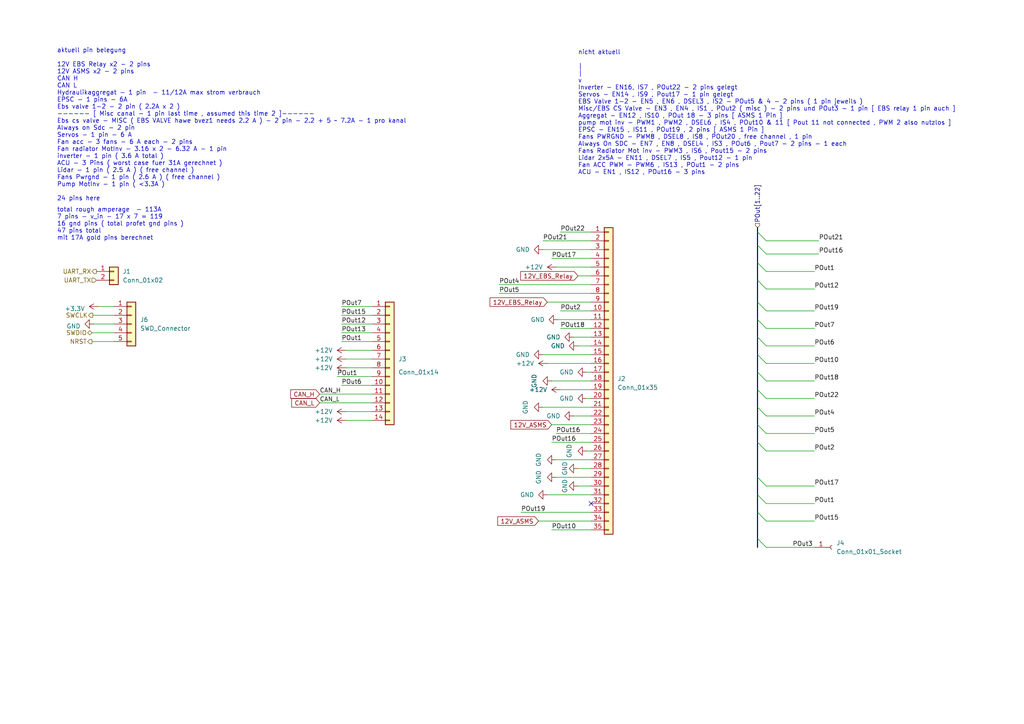
<source format=kicad_sch>
(kicad_sch
	(version 20231120)
	(generator "eeschema")
	(generator_version "8.0")
	(uuid "79ad93ea-3645-452e-a119-e95a75884667")
	(paper "A4")
	(title_block
		(title "PDU FT24")
		(company "Nived Jayaprakash Nambiar ")
		(comment 1 "FasTTUBe Electronics")
	)
	(lib_symbols
		(symbol "Connector:Conn_01x01_Socket"
			(pin_names
				(offset 1.016) hide)
			(exclude_from_sim no)
			(in_bom yes)
			(on_board yes)
			(property "Reference" "J"
				(at 0 2.54 0)
				(effects
					(font
						(size 1.27 1.27)
					)
				)
			)
			(property "Value" "Conn_01x01_Socket"
				(at 0 -2.54 0)
				(effects
					(font
						(size 1.27 1.27)
					)
				)
			)
			(property "Footprint" ""
				(at 0 0 0)
				(effects
					(font
						(size 1.27 1.27)
					)
					(hide yes)
				)
			)
			(property "Datasheet" "~"
				(at 0 0 0)
				(effects
					(font
						(size 1.27 1.27)
					)
					(hide yes)
				)
			)
			(property "Description" "Generic connector, single row, 01x01, script generated"
				(at 0 0 0)
				(effects
					(font
						(size 1.27 1.27)
					)
					(hide yes)
				)
			)
			(property "ki_locked" ""
				(at 0 0 0)
				(effects
					(font
						(size 1.27 1.27)
					)
				)
			)
			(property "ki_keywords" "connector"
				(at 0 0 0)
				(effects
					(font
						(size 1.27 1.27)
					)
					(hide yes)
				)
			)
			(property "ki_fp_filters" "Connector*:*_1x??_*"
				(at 0 0 0)
				(effects
					(font
						(size 1.27 1.27)
					)
					(hide yes)
				)
			)
			(symbol "Conn_01x01_Socket_1_1"
				(polyline
					(pts
						(xy -1.27 0) (xy -0.508 0)
					)
					(stroke
						(width 0.1524)
						(type default)
					)
					(fill
						(type none)
					)
				)
				(arc
					(start 0 0.508)
					(mid -0.5058 0)
					(end 0 -0.508)
					(stroke
						(width 0.1524)
						(type default)
					)
					(fill
						(type none)
					)
				)
				(pin passive line
					(at -5.08 0 0)
					(length 3.81)
					(name "Pin_1"
						(effects
							(font
								(size 1.27 1.27)
							)
						)
					)
					(number "1"
						(effects
							(font
								(size 1.27 1.27)
							)
						)
					)
				)
			)
		)
		(symbol "Connector_Generic:Conn_01x02"
			(pin_names
				(offset 1.016) hide)
			(exclude_from_sim no)
			(in_bom yes)
			(on_board yes)
			(property "Reference" "J"
				(at 0 2.54 0)
				(effects
					(font
						(size 1.27 1.27)
					)
				)
			)
			(property "Value" "Conn_01x02"
				(at 0 -5.08 0)
				(effects
					(font
						(size 1.27 1.27)
					)
				)
			)
			(property "Footprint" ""
				(at 0 0 0)
				(effects
					(font
						(size 1.27 1.27)
					)
					(hide yes)
				)
			)
			(property "Datasheet" "~"
				(at 0 0 0)
				(effects
					(font
						(size 1.27 1.27)
					)
					(hide yes)
				)
			)
			(property "Description" "Generic connector, single row, 01x02, script generated (kicad-library-utils/schlib/autogen/connector/)"
				(at 0 0 0)
				(effects
					(font
						(size 1.27 1.27)
					)
					(hide yes)
				)
			)
			(property "ki_keywords" "connector"
				(at 0 0 0)
				(effects
					(font
						(size 1.27 1.27)
					)
					(hide yes)
				)
			)
			(property "ki_fp_filters" "Connector*:*_1x??_*"
				(at 0 0 0)
				(effects
					(font
						(size 1.27 1.27)
					)
					(hide yes)
				)
			)
			(symbol "Conn_01x02_1_1"
				(rectangle
					(start -1.27 -2.413)
					(end 0 -2.667)
					(stroke
						(width 0.1524)
						(type default)
					)
					(fill
						(type none)
					)
				)
				(rectangle
					(start -1.27 0.127)
					(end 0 -0.127)
					(stroke
						(width 0.1524)
						(type default)
					)
					(fill
						(type none)
					)
				)
				(rectangle
					(start -1.27 1.27)
					(end 1.27 -3.81)
					(stroke
						(width 0.254)
						(type default)
					)
					(fill
						(type background)
					)
				)
				(pin passive line
					(at -5.08 0 0)
					(length 3.81)
					(name "Pin_1"
						(effects
							(font
								(size 1.27 1.27)
							)
						)
					)
					(number "1"
						(effects
							(font
								(size 1.27 1.27)
							)
						)
					)
				)
				(pin passive line
					(at -5.08 -2.54 0)
					(length 3.81)
					(name "Pin_2"
						(effects
							(font
								(size 1.27 1.27)
							)
						)
					)
					(number "2"
						(effects
							(font
								(size 1.27 1.27)
							)
						)
					)
				)
			)
		)
		(symbol "Connector_Generic:Conn_01x05"
			(pin_names
				(offset 1.016) hide)
			(exclude_from_sim no)
			(in_bom yes)
			(on_board yes)
			(property "Reference" "J"
				(at 0 7.62 0)
				(effects
					(font
						(size 1.27 1.27)
					)
				)
			)
			(property "Value" "Conn_01x05"
				(at 0 -7.62 0)
				(effects
					(font
						(size 1.27 1.27)
					)
				)
			)
			(property "Footprint" ""
				(at 0 0 0)
				(effects
					(font
						(size 1.27 1.27)
					)
					(hide yes)
				)
			)
			(property "Datasheet" "~"
				(at 0 0 0)
				(effects
					(font
						(size 1.27 1.27)
					)
					(hide yes)
				)
			)
			(property "Description" "Generic connector, single row, 01x05, script generated (kicad-library-utils/schlib/autogen/connector/)"
				(at 0 0 0)
				(effects
					(font
						(size 1.27 1.27)
					)
					(hide yes)
				)
			)
			(property "ki_keywords" "connector"
				(at 0 0 0)
				(effects
					(font
						(size 1.27 1.27)
					)
					(hide yes)
				)
			)
			(property "ki_fp_filters" "Connector*:*_1x??_*"
				(at 0 0 0)
				(effects
					(font
						(size 1.27 1.27)
					)
					(hide yes)
				)
			)
			(symbol "Conn_01x05_1_1"
				(rectangle
					(start -1.27 -4.953)
					(end 0 -5.207)
					(stroke
						(width 0.1524)
						(type default)
					)
					(fill
						(type none)
					)
				)
				(rectangle
					(start -1.27 -2.413)
					(end 0 -2.667)
					(stroke
						(width 0.1524)
						(type default)
					)
					(fill
						(type none)
					)
				)
				(rectangle
					(start -1.27 0.127)
					(end 0 -0.127)
					(stroke
						(width 0.1524)
						(type default)
					)
					(fill
						(type none)
					)
				)
				(rectangle
					(start -1.27 2.667)
					(end 0 2.413)
					(stroke
						(width 0.1524)
						(type default)
					)
					(fill
						(type none)
					)
				)
				(rectangle
					(start -1.27 5.207)
					(end 0 4.953)
					(stroke
						(width 0.1524)
						(type default)
					)
					(fill
						(type none)
					)
				)
				(rectangle
					(start -1.27 6.35)
					(end 1.27 -6.35)
					(stroke
						(width 0.254)
						(type default)
					)
					(fill
						(type background)
					)
				)
				(pin passive line
					(at -5.08 5.08 0)
					(length 3.81)
					(name "Pin_1"
						(effects
							(font
								(size 1.27 1.27)
							)
						)
					)
					(number "1"
						(effects
							(font
								(size 1.27 1.27)
							)
						)
					)
				)
				(pin passive line
					(at -5.08 2.54 0)
					(length 3.81)
					(name "Pin_2"
						(effects
							(font
								(size 1.27 1.27)
							)
						)
					)
					(number "2"
						(effects
							(font
								(size 1.27 1.27)
							)
						)
					)
				)
				(pin passive line
					(at -5.08 0 0)
					(length 3.81)
					(name "Pin_3"
						(effects
							(font
								(size 1.27 1.27)
							)
						)
					)
					(number "3"
						(effects
							(font
								(size 1.27 1.27)
							)
						)
					)
				)
				(pin passive line
					(at -5.08 -2.54 0)
					(length 3.81)
					(name "Pin_4"
						(effects
							(font
								(size 1.27 1.27)
							)
						)
					)
					(number "4"
						(effects
							(font
								(size 1.27 1.27)
							)
						)
					)
				)
				(pin passive line
					(at -5.08 -5.08 0)
					(length 3.81)
					(name "Pin_5"
						(effects
							(font
								(size 1.27 1.27)
							)
						)
					)
					(number "5"
						(effects
							(font
								(size 1.27 1.27)
							)
						)
					)
				)
			)
		)
		(symbol "Connector_Generic:Conn_01x14"
			(pin_names
				(offset 1.016) hide)
			(exclude_from_sim no)
			(in_bom yes)
			(on_board yes)
			(property "Reference" "J3"
				(at 2.4857 0 0)
				(effects
					(font
						(size 1.27 1.27)
					)
					(justify left)
				)
			)
			(property "Value" "Conn_01x14"
				(at 2.4857 -2.54 0)
				(effects
					(font
						(size 1.27 1.27)
					)
					(justify left)
				)
			)
			(property "Footprint" "776262-4:7762624"
				(at 0 0 0)
				(effects
					(font
						(size 1.27 1.27)
					)
					(hide yes)
				)
			)
			(property "Datasheet" "~"
				(at 0 0 0)
				(effects
					(font
						(size 1.27 1.27)
					)
					(hide yes)
				)
			)
			(property "Description" "Generic connector, single row, 01x14, script generated (kicad-library-utils/schlib/autogen/connector/)"
				(at 0 0 0)
				(effects
					(font
						(size 1.27 1.27)
					)
					(hide yes)
				)
			)
			(property "ki_keywords" "connector"
				(at 0 0 0)
				(effects
					(font
						(size 1.27 1.27)
					)
					(hide yes)
				)
			)
			(property "ki_fp_filters" "Connector*:*_1x??_*"
				(at 0 0 0)
				(effects
					(font
						(size 1.27 1.27)
					)
					(hide yes)
				)
			)
			(symbol "Conn_01x14_1_1"
				(rectangle
					(start -1.27 -17.653)
					(end 0 -17.907)
					(stroke
						(width 0.1524)
						(type default)
					)
					(fill
						(type none)
					)
				)
				(rectangle
					(start -1.27 -15.113)
					(end 0 -15.367)
					(stroke
						(width 0.1524)
						(type default)
					)
					(fill
						(type none)
					)
				)
				(rectangle
					(start -1.27 -12.573)
					(end 0 -12.827)
					(stroke
						(width 0.1524)
						(type default)
					)
					(fill
						(type none)
					)
				)
				(rectangle
					(start -1.27 -10.033)
					(end 0 -10.287)
					(stroke
						(width 0.1524)
						(type default)
					)
					(fill
						(type none)
					)
				)
				(rectangle
					(start -1.27 -7.493)
					(end 0 -7.747)
					(stroke
						(width 0.1524)
						(type default)
					)
					(fill
						(type none)
					)
				)
				(rectangle
					(start -1.27 -4.953)
					(end 0 -5.207)
					(stroke
						(width 0.1524)
						(type default)
					)
					(fill
						(type none)
					)
				)
				(rectangle
					(start -1.27 -2.413)
					(end 0 -2.667)
					(stroke
						(width 0.1524)
						(type default)
					)
					(fill
						(type none)
					)
				)
				(rectangle
					(start -1.27 0.127)
					(end 0 -0.127)
					(stroke
						(width 0.1524)
						(type default)
					)
					(fill
						(type none)
					)
				)
				(rectangle
					(start -1.27 2.667)
					(end 0 2.413)
					(stroke
						(width 0.1524)
						(type default)
					)
					(fill
						(type none)
					)
				)
				(rectangle
					(start -1.27 5.207)
					(end 0 4.953)
					(stroke
						(width 0.1524)
						(type default)
					)
					(fill
						(type none)
					)
				)
				(rectangle
					(start -1.27 7.747)
					(end 0 7.493)
					(stroke
						(width 0.1524)
						(type default)
					)
					(fill
						(type none)
					)
				)
				(rectangle
					(start -1.27 10.287)
					(end 0 10.033)
					(stroke
						(width 0.1524)
						(type default)
					)
					(fill
						(type none)
					)
				)
				(rectangle
					(start -1.27 12.827)
					(end 0 12.573)
					(stroke
						(width 0.1524)
						(type default)
					)
					(fill
						(type none)
					)
				)
				(rectangle
					(start -1.27 15.367)
					(end 0 15.113)
					(stroke
						(width 0.1524)
						(type default)
					)
					(fill
						(type none)
					)
				)
				(rectangle
					(start -1.27 16.51)
					(end 1.27 -19.05)
					(stroke
						(width 0.254)
						(type default)
					)
					(fill
						(type background)
					)
				)
				(pin passive line
					(at -5.08 15.24 0)
					(length 3.81)
					(name "Pin_1"
						(effects
							(font
								(size 1.27 1.27)
							)
						)
					)
					(number "1"
						(effects
							(font
								(size 1.27 1.27)
							)
						)
					)
				)
				(pin passive line
					(at -5.08 -7.62 0)
					(length 3.81)
					(name "Pin_10"
						(effects
							(font
								(size 1.27 1.27)
							)
						)
					)
					(number "10"
						(effects
							(font
								(size 1.27 1.27)
							)
						)
					)
				)
				(pin passive line
					(at -5.08 -10.16 0)
					(length 3.81)
					(name "Pin_11"
						(effects
							(font
								(size 1.27 1.27)
							)
						)
					)
					(number "11"
						(effects
							(font
								(size 1.27 1.27)
							)
						)
					)
				)
				(pin passive line
					(at -5.08 -12.7 0)
					(length 3.81)
					(name "Pin_12"
						(effects
							(font
								(size 1.27 1.27)
							)
						)
					)
					(number "12"
						(effects
							(font
								(size 1.27 1.27)
							)
						)
					)
				)
				(pin passive line
					(at -5.08 -15.24 0)
					(length 3.81)
					(name "Pin_13"
						(effects
							(font
								(size 1.27 1.27)
							)
						)
					)
					(number "13"
						(effects
							(font
								(size 1.27 1.27)
							)
						)
					)
				)
				(pin passive line
					(at -5.08 -17.78 0)
					(length 3.81)
					(name "Pin_14"
						(effects
							(font
								(size 1.27 1.27)
							)
						)
					)
					(number "14"
						(effects
							(font
								(size 1.27 1.27)
							)
						)
					)
				)
				(pin passive line
					(at -5.08 12.7 0)
					(length 3.81)
					(name "Pin_2"
						(effects
							(font
								(size 1.27 1.27)
							)
						)
					)
					(number "2"
						(effects
							(font
								(size 1.27 1.27)
							)
						)
					)
				)
				(pin passive line
					(at -5.08 10.16 0)
					(length 3.81)
					(name "Pin_3"
						(effects
							(font
								(size 1.27 1.27)
							)
						)
					)
					(number "3"
						(effects
							(font
								(size 1.27 1.27)
							)
						)
					)
				)
				(pin passive line
					(at -5.08 7.62 0)
					(length 3.81)
					(name "Pin_4"
						(effects
							(font
								(size 1.27 1.27)
							)
						)
					)
					(number "4"
						(effects
							(font
								(size 1.27 1.27)
							)
						)
					)
				)
				(pin passive line
					(at -5.08 5.08 0)
					(length 3.81)
					(name "Pin_5"
						(effects
							(font
								(size 1.27 1.27)
							)
						)
					)
					(number "5"
						(effects
							(font
								(size 1.27 1.27)
							)
						)
					)
				)
				(pin passive line
					(at -5.08 2.54 0)
					(length 3.81)
					(name "Pin_6"
						(effects
							(font
								(size 1.27 1.27)
							)
						)
					)
					(number "6"
						(effects
							(font
								(size 1.27 1.27)
							)
						)
					)
				)
				(pin passive line
					(at -5.08 0 0)
					(length 3.81)
					(name "Pin_7"
						(effects
							(font
								(size 1.27 1.27)
							)
						)
					)
					(number "7"
						(effects
							(font
								(size 1.27 1.27)
							)
						)
					)
				)
				(pin passive line
					(at -5.08 -2.54 0)
					(length 3.81)
					(name "Pin_8"
						(effects
							(font
								(size 1.27 1.27)
							)
						)
					)
					(number "8"
						(effects
							(font
								(size 1.27 1.27)
							)
						)
					)
				)
				(pin passive line
					(at -5.08 -5.08 0)
					(length 3.81)
					(name "Pin_9"
						(effects
							(font
								(size 1.27 1.27)
							)
						)
					)
					(number "9"
						(effects
							(font
								(size 1.27 1.27)
							)
						)
					)
				)
			)
		)
		(symbol "Connector_Generic:Conn_01x35"
			(pin_names
				(offset 1.016) hide)
			(exclude_from_sim no)
			(in_bom yes)
			(on_board yes)
			(property "Reference" "J"
				(at 0 45.72 0)
				(effects
					(font
						(size 1.27 1.27)
					)
				)
			)
			(property "Value" "Conn_01x35"
				(at 0 -45.72 0)
				(effects
					(font
						(size 1.27 1.27)
					)
				)
			)
			(property "Footprint" ""
				(at 0 0 0)
				(effects
					(font
						(size 1.27 1.27)
					)
					(hide yes)
				)
			)
			(property "Datasheet" "~"
				(at 0 0 0)
				(effects
					(font
						(size 1.27 1.27)
					)
					(hide yes)
				)
			)
			(property "Description" "Generic connector, single row, 01x35, script generated (kicad-library-utils/schlib/autogen/connector/)"
				(at 0 0 0)
				(effects
					(font
						(size 1.27 1.27)
					)
					(hide yes)
				)
			)
			(property "ki_keywords" "connector"
				(at 0 0 0)
				(effects
					(font
						(size 1.27 1.27)
					)
					(hide yes)
				)
			)
			(property "ki_fp_filters" "Connector*:*_1x??_*"
				(at 0 0 0)
				(effects
					(font
						(size 1.27 1.27)
					)
					(hide yes)
				)
			)
			(symbol "Conn_01x35_1_1"
				(rectangle
					(start -1.27 -43.053)
					(end 0 -43.307)
					(stroke
						(width 0.1524)
						(type default)
					)
					(fill
						(type none)
					)
				)
				(rectangle
					(start -1.27 -40.513)
					(end 0 -40.767)
					(stroke
						(width 0.1524)
						(type default)
					)
					(fill
						(type none)
					)
				)
				(rectangle
					(start -1.27 -37.973)
					(end 0 -38.227)
					(stroke
						(width 0.1524)
						(type default)
					)
					(fill
						(type none)
					)
				)
				(rectangle
					(start -1.27 -35.433)
					(end 0 -35.687)
					(stroke
						(width 0.1524)
						(type default)
					)
					(fill
						(type none)
					)
				)
				(rectangle
					(start -1.27 -32.893)
					(end 0 -33.147)
					(stroke
						(width 0.1524)
						(type default)
					)
					(fill
						(type none)
					)
				)
				(rectangle
					(start -1.27 -30.353)
					(end 0 -30.607)
					(stroke
						(width 0.1524)
						(type default)
					)
					(fill
						(type none)
					)
				)
				(rectangle
					(start -1.27 -27.813)
					(end 0 -28.067)
					(stroke
						(width 0.1524)
						(type default)
					)
					(fill
						(type none)
					)
				)
				(rectangle
					(start -1.27 -25.273)
					(end 0 -25.527)
					(stroke
						(width 0.1524)
						(type default)
					)
					(fill
						(type none)
					)
				)
				(rectangle
					(start -1.27 -22.733)
					(end 0 -22.987)
					(stroke
						(width 0.1524)
						(type default)
					)
					(fill
						(type none)
					)
				)
				(rectangle
					(start -1.27 -20.193)
					(end 0 -20.447)
					(stroke
						(width 0.1524)
						(type default)
					)
					(fill
						(type none)
					)
				)
				(rectangle
					(start -1.27 -17.653)
					(end 0 -17.907)
					(stroke
						(width 0.1524)
						(type default)
					)
					(fill
						(type none)
					)
				)
				(rectangle
					(start -1.27 -15.113)
					(end 0 -15.367)
					(stroke
						(width 0.1524)
						(type default)
					)
					(fill
						(type none)
					)
				)
				(rectangle
					(start -1.27 -12.573)
					(end 0 -12.827)
					(stroke
						(width 0.1524)
						(type default)
					)
					(fill
						(type none)
					)
				)
				(rectangle
					(start -1.27 -10.033)
					(end 0 -10.287)
					(stroke
						(width 0.1524)
						(type default)
					)
					(fill
						(type none)
					)
				)
				(rectangle
					(start -1.27 -7.493)
					(end 0 -7.747)
					(stroke
						(width 0.1524)
						(type default)
					)
					(fill
						(type none)
					)
				)
				(rectangle
					(start -1.27 -4.953)
					(end 0 -5.207)
					(stroke
						(width 0.1524)
						(type default)
					)
					(fill
						(type none)
					)
				)
				(rectangle
					(start -1.27 -2.413)
					(end 0 -2.667)
					(stroke
						(width 0.1524)
						(type default)
					)
					(fill
						(type none)
					)
				)
				(rectangle
					(start -1.27 0.127)
					(end 0 -0.127)
					(stroke
						(width 0.1524)
						(type default)
					)
					(fill
						(type none)
					)
				)
				(rectangle
					(start -1.27 2.667)
					(end 0 2.413)
					(stroke
						(width 0.1524)
						(type default)
					)
					(fill
						(type none)
					)
				)
				(rectangle
					(start -1.27 5.207)
					(end 0 4.953)
					(stroke
						(width 0.1524)
						(type default)
					)
					(fill
						(type none)
					)
				)
				(rectangle
					(start -1.27 7.747)
					(end 0 7.493)
					(stroke
						(width 0.1524)
						(type default)
					)
					(fill
						(type none)
					)
				)
				(rectangle
					(start -1.27 10.287)
					(end 0 10.033)
					(stroke
						(width 0.1524)
						(type default)
					)
					(fill
						(type none)
					)
				)
				(rectangle
					(start -1.27 12.827)
					(end 0 12.573)
					(stroke
						(width 0.1524)
						(type default)
					)
					(fill
						(type none)
					)
				)
				(rectangle
					(start -1.27 15.367)
					(end 0 15.113)
					(stroke
						(width 0.1524)
						(type default)
					)
					(fill
						(type none)
					)
				)
				(rectangle
					(start -1.27 17.907)
					(end 0 17.653)
					(stroke
						(width 0.1524)
						(type default)
					)
					(fill
						(type none)
					)
				)
				(rectangle
					(start -1.27 20.447)
					(end 0 20.193)
					(stroke
						(width 0.1524)
						(type default)
					)
					(fill
						(type none)
					)
				)
				(rectangle
					(start -1.27 22.987)
					(end 0 22.733)
					(stroke
						(width 0.1524)
						(type default)
					)
					(fill
						(type none)
					)
				)
				(rectangle
					(start -1.27 25.527)
					(end 0 25.273)
					(stroke
						(width 0.1524)
						(type default)
					)
					(fill
						(type none)
					)
				)
				(rectangle
					(start -1.27 28.067)
					(end 0 27.813)
					(stroke
						(width 0.1524)
						(type default)
					)
					(fill
						(type none)
					)
				)
				(rectangle
					(start -1.27 30.607)
					(end 0 30.353)
					(stroke
						(width 0.1524)
						(type default)
					)
					(fill
						(type none)
					)
				)
				(rectangle
					(start -1.27 33.147)
					(end 0 32.893)
					(stroke
						(width 0.1524)
						(type default)
					)
					(fill
						(type none)
					)
				)
				(rectangle
					(start -1.27 35.687)
					(end 0 35.433)
					(stroke
						(width 0.1524)
						(type default)
					)
					(fill
						(type none)
					)
				)
				(rectangle
					(start -1.27 38.227)
					(end 0 37.973)
					(stroke
						(width 0.1524)
						(type default)
					)
					(fill
						(type none)
					)
				)
				(rectangle
					(start -1.27 40.767)
					(end 0 40.513)
					(stroke
						(width 0.1524)
						(type default)
					)
					(fill
						(type none)
					)
				)
				(rectangle
					(start -1.27 43.307)
					(end 0 43.053)
					(stroke
						(width 0.1524)
						(type default)
					)
					(fill
						(type none)
					)
				)
				(rectangle
					(start -1.27 44.45)
					(end 1.27 -44.45)
					(stroke
						(width 0.254)
						(type default)
					)
					(fill
						(type background)
					)
				)
				(pin passive line
					(at -5.08 43.18 0)
					(length 3.81)
					(name "Pin_1"
						(effects
							(font
								(size 1.27 1.27)
							)
						)
					)
					(number "1"
						(effects
							(font
								(size 1.27 1.27)
							)
						)
					)
				)
				(pin passive line
					(at -5.08 20.32 0)
					(length 3.81)
					(name "Pin_10"
						(effects
							(font
								(size 1.27 1.27)
							)
						)
					)
					(number "10"
						(effects
							(font
								(size 1.27 1.27)
							)
						)
					)
				)
				(pin passive line
					(at -5.08 17.78 0)
					(length 3.81)
					(name "Pin_11"
						(effects
							(font
								(size 1.27 1.27)
							)
						)
					)
					(number "11"
						(effects
							(font
								(size 1.27 1.27)
							)
						)
					)
				)
				(pin passive line
					(at -5.08 15.24 0)
					(length 3.81)
					(name "Pin_12"
						(effects
							(font
								(size 1.27 1.27)
							)
						)
					)
					(number "12"
						(effects
							(font
								(size 1.27 1.27)
							)
						)
					)
				)
				(pin passive line
					(at -5.08 12.7 0)
					(length 3.81)
					(name "Pin_13"
						(effects
							(font
								(size 1.27 1.27)
							)
						)
					)
					(number "13"
						(effects
							(font
								(size 1.27 1.27)
							)
						)
					)
				)
				(pin passive line
					(at -5.08 10.16 0)
					(length 3.81)
					(name "Pin_14"
						(effects
							(font
								(size 1.27 1.27)
							)
						)
					)
					(number "14"
						(effects
							(font
								(size 1.27 1.27)
							)
						)
					)
				)
				(pin passive line
					(at -5.08 7.62 0)
					(length 3.81)
					(name "Pin_15"
						(effects
							(font
								(size 1.27 1.27)
							)
						)
					)
					(number "15"
						(effects
							(font
								(size 1.27 1.27)
							)
						)
					)
				)
				(pin passive line
					(at -5.08 5.08 0)
					(length 3.81)
					(name "Pin_16"
						(effects
							(font
								(size 1.27 1.27)
							)
						)
					)
					(number "16"
						(effects
							(font
								(size 1.27 1.27)
							)
						)
					)
				)
				(pin passive line
					(at -5.08 2.54 0)
					(length 3.81)
					(name "Pin_17"
						(effects
							(font
								(size 1.27 1.27)
							)
						)
					)
					(number "17"
						(effects
							(font
								(size 1.27 1.27)
							)
						)
					)
				)
				(pin passive line
					(at -5.08 0 0)
					(length 3.81)
					(name "Pin_18"
						(effects
							(font
								(size 1.27 1.27)
							)
						)
					)
					(number "18"
						(effects
							(font
								(size 1.27 1.27)
							)
						)
					)
				)
				(pin passive line
					(at -5.08 -2.54 0)
					(length 3.81)
					(name "Pin_19"
						(effects
							(font
								(size 1.27 1.27)
							)
						)
					)
					(number "19"
						(effects
							(font
								(size 1.27 1.27)
							)
						)
					)
				)
				(pin passive line
					(at -5.08 40.64 0)
					(length 3.81)
					(name "Pin_2"
						(effects
							(font
								(size 1.27 1.27)
							)
						)
					)
					(number "2"
						(effects
							(font
								(size 1.27 1.27)
							)
						)
					)
				)
				(pin passive line
					(at -5.08 -5.08 0)
					(length 3.81)
					(name "Pin_20"
						(effects
							(font
								(size 1.27 1.27)
							)
						)
					)
					(number "20"
						(effects
							(font
								(size 1.27 1.27)
							)
						)
					)
				)
				(pin passive line
					(at -5.08 -7.62 0)
					(length 3.81)
					(name "Pin_21"
						(effects
							(font
								(size 1.27 1.27)
							)
						)
					)
					(number "21"
						(effects
							(font
								(size 1.27 1.27)
							)
						)
					)
				)
				(pin passive line
					(at -5.08 -10.16 0)
					(length 3.81)
					(name "Pin_22"
						(effects
							(font
								(size 1.27 1.27)
							)
						)
					)
					(number "22"
						(effects
							(font
								(size 1.27 1.27)
							)
						)
					)
				)
				(pin passive line
					(at -5.08 -12.7 0)
					(length 3.81)
					(name "Pin_23"
						(effects
							(font
								(size 1.27 1.27)
							)
						)
					)
					(number "23"
						(effects
							(font
								(size 1.27 1.27)
							)
						)
					)
				)
				(pin passive line
					(at -5.08 -15.24 0)
					(length 3.81)
					(name "Pin_24"
						(effects
							(font
								(size 1.27 1.27)
							)
						)
					)
					(number "24"
						(effects
							(font
								(size 1.27 1.27)
							)
						)
					)
				)
				(pin passive line
					(at -5.08 -17.78 0)
					(length 3.81)
					(name "Pin_25"
						(effects
							(font
								(size 1.27 1.27)
							)
						)
					)
					(number "25"
						(effects
							(font
								(size 1.27 1.27)
							)
						)
					)
				)
				(pin passive line
					(at -5.08 -20.32 0)
					(length 3.81)
					(name "Pin_26"
						(effects
							(font
								(size 1.27 1.27)
							)
						)
					)
					(number "26"
						(effects
							(font
								(size 1.27 1.27)
							)
						)
					)
				)
				(pin passive line
					(at -5.08 -22.86 0)
					(length 3.81)
					(name "Pin_27"
						(effects
							(font
								(size 1.27 1.27)
							)
						)
					)
					(number "27"
						(effects
							(font
								(size 1.27 1.27)
							)
						)
					)
				)
				(pin passive line
					(at -5.08 -25.4 0)
					(length 3.81)
					(name "Pin_28"
						(effects
							(font
								(size 1.27 1.27)
							)
						)
					)
					(number "28"
						(effects
							(font
								(size 1.27 1.27)
							)
						)
					)
				)
				(pin passive line
					(at -5.08 -27.94 0)
					(length 3.81)
					(name "Pin_29"
						(effects
							(font
								(size 1.27 1.27)
							)
						)
					)
					(number "29"
						(effects
							(font
								(size 1.27 1.27)
							)
						)
					)
				)
				(pin passive line
					(at -5.08 38.1 0)
					(length 3.81)
					(name "Pin_3"
						(effects
							(font
								(size 1.27 1.27)
							)
						)
					)
					(number "3"
						(effects
							(font
								(size 1.27 1.27)
							)
						)
					)
				)
				(pin passive line
					(at -5.08 -30.48 0)
					(length 3.81)
					(name "Pin_30"
						(effects
							(font
								(size 1.27 1.27)
							)
						)
					)
					(number "30"
						(effects
							(font
								(size 1.27 1.27)
							)
						)
					)
				)
				(pin passive line
					(at -5.08 -33.02 0)
					(length 3.81)
					(name "Pin_31"
						(effects
							(font
								(size 1.27 1.27)
							)
						)
					)
					(number "31"
						(effects
							(font
								(size 1.27 1.27)
							)
						)
					)
				)
				(pin passive line
					(at -5.08 -35.56 0)
					(length 3.81)
					(name "Pin_32"
						(effects
							(font
								(size 1.27 1.27)
							)
						)
					)
					(number "32"
						(effects
							(font
								(size 1.27 1.27)
							)
						)
					)
				)
				(pin passive line
					(at -5.08 -38.1 0)
					(length 3.81)
					(name "Pin_33"
						(effects
							(font
								(size 1.27 1.27)
							)
						)
					)
					(number "33"
						(effects
							(font
								(size 1.27 1.27)
							)
						)
					)
				)
				(pin passive line
					(at -5.08 -40.64 0)
					(length 3.81)
					(name "Pin_34"
						(effects
							(font
								(size 1.27 1.27)
							)
						)
					)
					(number "34"
						(effects
							(font
								(size 1.27 1.27)
							)
						)
					)
				)
				(pin passive line
					(at -5.08 -43.18 0)
					(length 3.81)
					(name "Pin_35"
						(effects
							(font
								(size 1.27 1.27)
							)
						)
					)
					(number "35"
						(effects
							(font
								(size 1.27 1.27)
							)
						)
					)
				)
				(pin passive line
					(at -5.08 35.56 0)
					(length 3.81)
					(name "Pin_4"
						(effects
							(font
								(size 1.27 1.27)
							)
						)
					)
					(number "4"
						(effects
							(font
								(size 1.27 1.27)
							)
						)
					)
				)
				(pin passive line
					(at -5.08 33.02 0)
					(length 3.81)
					(name "Pin_5"
						(effects
							(font
								(size 1.27 1.27)
							)
						)
					)
					(number "5"
						(effects
							(font
								(size 1.27 1.27)
							)
						)
					)
				)
				(pin passive line
					(at -5.08 30.48 0)
					(length 3.81)
					(name "Pin_6"
						(effects
							(font
								(size 1.27 1.27)
							)
						)
					)
					(number "6"
						(effects
							(font
								(size 1.27 1.27)
							)
						)
					)
				)
				(pin passive line
					(at -5.08 27.94 0)
					(length 3.81)
					(name "Pin_7"
						(effects
							(font
								(size 1.27 1.27)
							)
						)
					)
					(number "7"
						(effects
							(font
								(size 1.27 1.27)
							)
						)
					)
				)
				(pin passive line
					(at -5.08 25.4 0)
					(length 3.81)
					(name "Pin_8"
						(effects
							(font
								(size 1.27 1.27)
							)
						)
					)
					(number "8"
						(effects
							(font
								(size 1.27 1.27)
							)
						)
					)
				)
				(pin passive line
					(at -5.08 22.86 0)
					(length 3.81)
					(name "Pin_9"
						(effects
							(font
								(size 1.27 1.27)
							)
						)
					)
					(number "9"
						(effects
							(font
								(size 1.27 1.27)
							)
						)
					)
				)
			)
		)
		(symbol "power:+12V"
			(power)
			(pin_names
				(offset 0)
			)
			(exclude_from_sim no)
			(in_bom yes)
			(on_board yes)
			(property "Reference" "#PWR"
				(at 0 -3.81 0)
				(effects
					(font
						(size 1.27 1.27)
					)
					(hide yes)
				)
			)
			(property "Value" "+12V"
				(at 0 3.556 0)
				(effects
					(font
						(size 1.27 1.27)
					)
				)
			)
			(property "Footprint" ""
				(at 0 0 0)
				(effects
					(font
						(size 1.27 1.27)
					)
					(hide yes)
				)
			)
			(property "Datasheet" ""
				(at 0 0 0)
				(effects
					(font
						(size 1.27 1.27)
					)
					(hide yes)
				)
			)
			(property "Description" "Power symbol creates a global label with name \"+12V\""
				(at 0 0 0)
				(effects
					(font
						(size 1.27 1.27)
					)
					(hide yes)
				)
			)
			(property "ki_keywords" "global power"
				(at 0 0 0)
				(effects
					(font
						(size 1.27 1.27)
					)
					(hide yes)
				)
			)
			(symbol "+12V_0_1"
				(polyline
					(pts
						(xy -0.762 1.27) (xy 0 2.54)
					)
					(stroke
						(width 0)
						(type default)
					)
					(fill
						(type none)
					)
				)
				(polyline
					(pts
						(xy 0 0) (xy 0 2.54)
					)
					(stroke
						(width 0)
						(type default)
					)
					(fill
						(type none)
					)
				)
				(polyline
					(pts
						(xy 0 2.54) (xy 0.762 1.27)
					)
					(stroke
						(width 0)
						(type default)
					)
					(fill
						(type none)
					)
				)
			)
			(symbol "+12V_1_1"
				(pin power_in line
					(at 0 0 90)
					(length 0) hide
					(name "+12V"
						(effects
							(font
								(size 1.27 1.27)
							)
						)
					)
					(number "1"
						(effects
							(font
								(size 1.27 1.27)
							)
						)
					)
				)
			)
		)
		(symbol "power:+3.3V"
			(power)
			(pin_names
				(offset 0)
			)
			(exclude_from_sim no)
			(in_bom yes)
			(on_board yes)
			(property "Reference" "#PWR"
				(at 0 -3.81 0)
				(effects
					(font
						(size 1.27 1.27)
					)
					(hide yes)
				)
			)
			(property "Value" "+3.3V"
				(at 0 3.556 0)
				(effects
					(font
						(size 1.27 1.27)
					)
				)
			)
			(property "Footprint" ""
				(at 0 0 0)
				(effects
					(font
						(size 1.27 1.27)
					)
					(hide yes)
				)
			)
			(property "Datasheet" ""
				(at 0 0 0)
				(effects
					(font
						(size 1.27 1.27)
					)
					(hide yes)
				)
			)
			(property "Description" "Power symbol creates a global label with name \"+3.3V\""
				(at 0 0 0)
				(effects
					(font
						(size 1.27 1.27)
					)
					(hide yes)
				)
			)
			(property "ki_keywords" "global power"
				(at 0 0 0)
				(effects
					(font
						(size 1.27 1.27)
					)
					(hide yes)
				)
			)
			(symbol "+3.3V_0_1"
				(polyline
					(pts
						(xy -0.762 1.27) (xy 0 2.54)
					)
					(stroke
						(width 0)
						(type default)
					)
					(fill
						(type none)
					)
				)
				(polyline
					(pts
						(xy 0 0) (xy 0 2.54)
					)
					(stroke
						(width 0)
						(type default)
					)
					(fill
						(type none)
					)
				)
				(polyline
					(pts
						(xy 0 2.54) (xy 0.762 1.27)
					)
					(stroke
						(width 0)
						(type default)
					)
					(fill
						(type none)
					)
				)
			)
			(symbol "+3.3V_1_1"
				(pin power_in line
					(at 0 0 90)
					(length 0) hide
					(name "+3.3V"
						(effects
							(font
								(size 1.27 1.27)
							)
						)
					)
					(number "1"
						(effects
							(font
								(size 1.27 1.27)
							)
						)
					)
				)
			)
		)
		(symbol "power:GND"
			(power)
			(pin_names
				(offset 0)
			)
			(exclude_from_sim no)
			(in_bom yes)
			(on_board yes)
			(property "Reference" "#PWR"
				(at 0 -6.35 0)
				(effects
					(font
						(size 1.27 1.27)
					)
					(hide yes)
				)
			)
			(property "Value" "GND"
				(at 0 -3.81 0)
				(effects
					(font
						(size 1.27 1.27)
					)
				)
			)
			(property "Footprint" ""
				(at 0 0 0)
				(effects
					(font
						(size 1.27 1.27)
					)
					(hide yes)
				)
			)
			(property "Datasheet" ""
				(at 0 0 0)
				(effects
					(font
						(size 1.27 1.27)
					)
					(hide yes)
				)
			)
			(property "Description" "Power symbol creates a global label with name \"GND\" , ground"
				(at 0 0 0)
				(effects
					(font
						(size 1.27 1.27)
					)
					(hide yes)
				)
			)
			(property "ki_keywords" "global power"
				(at 0 0 0)
				(effects
					(font
						(size 1.27 1.27)
					)
					(hide yes)
				)
			)
			(symbol "GND_0_1"
				(polyline
					(pts
						(xy 0 0) (xy 0 -1.27) (xy 1.27 -1.27) (xy 0 -2.54) (xy -1.27 -1.27) (xy 0 -1.27)
					)
					(stroke
						(width 0)
						(type default)
					)
					(fill
						(type none)
					)
				)
			)
			(symbol "GND_1_1"
				(pin power_in line
					(at 0 0 270)
					(length 0) hide
					(name "GND"
						(effects
							(font
								(size 1.27 1.27)
							)
						)
					)
					(number "1"
						(effects
							(font
								(size 1.27 1.27)
							)
						)
					)
				)
			)
		)
	)
	(no_connect
		(at 171.45 146.05)
		(uuid "5e66ec3f-5438-4e9c-8244-14654db6d6cd")
	)
	(bus_entry
		(at 219.71 97.79)
		(size 2.54 2.54)
		(stroke
			(width 0)
			(type default)
		)
		(uuid "108fd131-acac-4ea7-8037-7bcab0568468")
	)
	(bus_entry
		(at 219.71 138.43)
		(size 2.54 2.54)
		(stroke
			(width 0)
			(type default)
		)
		(uuid "1d7d19d3-1371-4a31-8f1f-e57f56c40aaf")
	)
	(bus_entry
		(at 219.71 143.51)
		(size 2.54 2.54)
		(stroke
			(width 0)
			(type default)
		)
		(uuid "2a8b3839-c9b6-4879-96bf-085b31f4dc9c")
	)
	(bus_entry
		(at 219.71 102.87)
		(size 2.54 2.54)
		(stroke
			(width 0)
			(type default)
		)
		(uuid "46ddcbc3-85d7-4cad-b5d3-d6cb166bae13")
	)
	(bus_entry
		(at 219.71 156.21)
		(size 2.54 2.54)
		(stroke
			(width 0)
			(type default)
		)
		(uuid "4e0055ed-6e06-4a9e-a4c0-a9dcfd8e3338")
	)
	(bus_entry
		(at 219.71 76.2)
		(size 2.54 2.54)
		(stroke
			(width 0)
			(type default)
		)
		(uuid "59b82bc3-9a67-4bc8-8eed-7859fabcc189")
	)
	(bus_entry
		(at 219.71 128.27)
		(size 2.54 2.54)
		(stroke
			(width 0)
			(type default)
		)
		(uuid "6856c1c7-1718-4e5a-89f4-4dec6e6f3a72")
	)
	(bus_entry
		(at 219.71 87.63)
		(size 2.54 2.54)
		(stroke
			(width 0)
			(type default)
		)
		(uuid "9bdcd859-722b-4122-aa4d-9422b5057b3b")
	)
	(bus_entry
		(at 219.71 81.28)
		(size 2.54 2.54)
		(stroke
			(width 0)
			(type default)
		)
		(uuid "9c567b73-f1aa-42f8-b80d-628a1a58a02a")
	)
	(bus_entry
		(at 219.71 148.59)
		(size 2.54 2.54)
		(stroke
			(width 0)
			(type default)
		)
		(uuid "a04bede3-6fe1-4cc3-a7f4-e7f1d8bfbef2")
	)
	(bus_entry
		(at 219.71 92.71)
		(size 2.54 2.54)
		(stroke
			(width 0)
			(type default)
		)
		(uuid "a85ba6ad-c53f-4597-bd42-2affc6b098a6")
	)
	(bus_entry
		(at 219.71 107.95)
		(size 2.54 2.54)
		(stroke
			(width 0)
			(type default)
		)
		(uuid "c1de8723-351d-4fb7-829d-0c43d66c9654")
	)
	(bus_entry
		(at 219.71 67.31)
		(size 2.54 2.54)
		(stroke
			(width 0)
			(type default)
		)
		(uuid "cfa0fbeb-9ba7-4334-95f2-c8ebbef57c8b")
	)
	(bus_entry
		(at 219.71 113.03)
		(size 2.54 2.54)
		(stroke
			(width 0)
			(type default)
		)
		(uuid "dbfef1ff-8e80-4705-8a87-9c471d31972c")
	)
	(bus_entry
		(at 219.71 118.11)
		(size 2.54 2.54)
		(stroke
			(width 0)
			(type default)
		)
		(uuid "ec1274e4-f2eb-4844-9137-96f0503129f4")
	)
	(bus_entry
		(at 219.71 71.12)
		(size 2.54 2.54)
		(stroke
			(width 0)
			(type default)
		)
		(uuid "ee8baed9-3e13-4174-979f-98f09e38e1b4")
	)
	(bus_entry
		(at 219.71 123.19)
		(size 2.54 2.54)
		(stroke
			(width 0)
			(type default)
		)
		(uuid "f2325037-c80a-4cb1-8fa4-1fea4f7ef95a")
	)
	(bus
		(pts
			(xy 219.71 92.71) (xy 219.71 97.79)
		)
		(stroke
			(width 0)
			(type default)
		)
		(uuid "000c9ac2-0253-49e0-b13c-2cda65a830c3")
	)
	(wire
		(pts
			(xy 222.25 151.13) (xy 236.22 151.13)
		)
		(stroke
			(width 0)
			(type default)
		)
		(uuid "0aa7328e-834c-4844-962a-e357ac8f6b23")
	)
	(wire
		(pts
			(xy 100.33 121.92) (xy 107.95 121.92)
		)
		(stroke
			(width 0)
			(type default)
		)
		(uuid "0e081ec4-a35e-4280-8800-102c370c87c1")
	)
	(wire
		(pts
			(xy 171.45 118.11) (xy 157.48 118.11)
		)
		(stroke
			(width 0)
			(type default)
		)
		(uuid "19e4b74e-59fd-4cd2-8b03-fc0cb800772f")
	)
	(wire
		(pts
			(xy 171.45 107.95) (xy 170.18 107.95)
		)
		(stroke
			(width 0)
			(type default)
		)
		(uuid "1df9b986-cde8-45a1-816a-19e292133c5a")
	)
	(wire
		(pts
			(xy 158.75 105.41) (xy 171.45 105.41)
		)
		(stroke
			(width 0)
			(type default)
		)
		(uuid "2059ba35-f102-4906-a883-a7b4df390330")
	)
	(wire
		(pts
			(xy 100.33 106.68) (xy 107.95 106.68)
		)
		(stroke
			(width 0)
			(type default)
		)
		(uuid "27199629-9998-4b9a-8fba-2e8cce1603e3")
	)
	(bus
		(pts
			(xy 219.71 113.03) (xy 219.71 118.11)
		)
		(stroke
			(width 0)
			(type default)
		)
		(uuid "28ef3089-fbaf-444a-b904-7890029c9e5d")
	)
	(bus
		(pts
			(xy 219.71 138.43) (xy 219.71 143.51)
		)
		(stroke
			(width 0)
			(type default)
		)
		(uuid "2914a41a-672d-45ec-87eb-7b09eadb6ad8")
	)
	(wire
		(pts
			(xy 107.95 99.06) (xy 99.06 99.06)
		)
		(stroke
			(width 0)
			(type default)
		)
		(uuid "29abd278-b990-463c-97ec-e74914912af4")
	)
	(wire
		(pts
			(xy 171.45 85.09) (xy 144.78 85.09)
		)
		(stroke
			(width 0)
			(type default)
		)
		(uuid "31d62eea-7ac7-4acc-b723-2d417369c263")
	)
	(wire
		(pts
			(xy 222.25 110.49) (xy 236.22 110.49)
		)
		(stroke
			(width 0)
			(type default)
		)
		(uuid "338814dc-b410-4f58-a71c-a991b563040b")
	)
	(wire
		(pts
			(xy 171.45 77.47) (xy 161.29 77.47)
		)
		(stroke
			(width 0)
			(type default)
		)
		(uuid "33d9e3e6-763a-492d-8aaa-ff6554386056")
	)
	(wire
		(pts
			(xy 92.71 116.84) (xy 107.95 116.84)
		)
		(stroke
			(width 0)
			(type default)
		)
		(uuid "34a39059-b715-455c-a5a3-7213728f7ff2")
	)
	(bus
		(pts
			(xy 219.71 123.19) (xy 219.71 128.27)
		)
		(stroke
			(width 0)
			(type default)
		)
		(uuid "37825e7a-72c9-4edf-855c-b16fbc3c94cc")
	)
	(wire
		(pts
			(xy 222.25 130.81) (xy 236.22 130.81)
		)
		(stroke
			(width 0)
			(type default)
		)
		(uuid "39c96f99-03a2-4212-b666-dc0410ac22f2")
	)
	(bus
		(pts
			(xy 219.71 76.2) (xy 219.71 81.28)
		)
		(stroke
			(width 0)
			(type default)
		)
		(uuid "3b8b52b0-9f72-4f2d-b274-a715da5d98d3")
	)
	(wire
		(pts
			(xy 171.45 72.39) (xy 157.48 72.39)
		)
		(stroke
			(width 0)
			(type default)
		)
		(uuid "3f43deef-b79f-452b-890b-82332f39f036")
	)
	(wire
		(pts
			(xy 222.25 83.82) (xy 236.22 83.82)
		)
		(stroke
			(width 0)
			(type default)
		)
		(uuid "444ad283-9efc-475f-a315-9b9c6fead0d3")
	)
	(wire
		(pts
			(xy 161.29 125.73) (xy 171.45 125.73)
		)
		(stroke
			(width 0)
			(type default)
		)
		(uuid "4b5788d9-4b78-48e6-85d5-9afaa7630fe1")
	)
	(wire
		(pts
			(xy 222.25 105.41) (xy 236.22 105.41)
		)
		(stroke
			(width 0)
			(type default)
		)
		(uuid "4cdcda0b-d009-47e1-891f-08ad158b7062")
	)
	(wire
		(pts
			(xy 222.25 140.97) (xy 236.22 140.97)
		)
		(stroke
			(width 0)
			(type default)
		)
		(uuid "4d100295-64cb-405a-9ae3-3b88822b7505")
	)
	(wire
		(pts
			(xy 171.45 80.01) (xy 167.64 80.01)
		)
		(stroke
			(width 0)
			(type default)
		)
		(uuid "4d6fb68b-ac11-4f3e-b86a-c4fe712de4d2")
	)
	(wire
		(pts
			(xy 144.78 82.55) (xy 171.45 82.55)
		)
		(stroke
			(width 0)
			(type default)
		)
		(uuid "5282b495-ff58-4a47-bb0f-dd8653ae43f6")
	)
	(bus
		(pts
			(xy 219.71 102.87) (xy 219.71 107.95)
		)
		(stroke
			(width 0)
			(type default)
		)
		(uuid "53bd63f5-ee77-4d94-b1c9-de9f75c236c5")
	)
	(wire
		(pts
			(xy 28.448 88.9) (xy 33.02 88.9)
		)
		(stroke
			(width 0)
			(type default)
		)
		(uuid "55f254bd-64a3-4330-a9ed-04e8141c5edc")
	)
	(wire
		(pts
			(xy 171.45 113.03) (xy 162.56 113.03)
		)
		(stroke
			(width 0)
			(type default)
		)
		(uuid "58cd5a96-058e-4a88-b62b-944052162516")
	)
	(wire
		(pts
			(xy 171.45 95.25) (xy 162.56 95.25)
		)
		(stroke
			(width 0)
			(type default)
		)
		(uuid "59f789ca-e19a-466f-a97e-925bc87b7c34")
	)
	(wire
		(pts
			(xy 222.25 100.33) (xy 236.22 100.33)
		)
		(stroke
			(width 0)
			(type default)
		)
		(uuid "5a869f58-7986-4cc5-9d44-b7556a594908")
	)
	(wire
		(pts
			(xy 27.178 93.98) (xy 33.02 93.98)
		)
		(stroke
			(width 0)
			(type default)
		)
		(uuid "5d2421a9-b89c-4ccc-bd2a-09df46c682d7")
	)
	(wire
		(pts
			(xy 107.95 93.98) (xy 99.06 93.98)
		)
		(stroke
			(width 0)
			(type default)
		)
		(uuid "5ddcd2ee-de09-4c9e-a4f6-84248f986cca")
	)
	(bus
		(pts
			(xy 219.71 156.21) (xy 219.71 158.75)
		)
		(stroke
			(width 0)
			(type default)
		)
		(uuid "61e0f775-d702-4f87-a98b-6337a892b285")
	)
	(wire
		(pts
			(xy 171.45 133.35) (xy 161.29 133.35)
		)
		(stroke
			(width 0)
			(type default)
		)
		(uuid "6dc53ac2-e9ed-4a05-8493-a057bfdfebb5")
	)
	(wire
		(pts
			(xy 171.45 100.33) (xy 167.64 100.33)
		)
		(stroke
			(width 0)
			(type default)
		)
		(uuid "6e2dc216-6d63-49e8-bf67-460f7f214a39")
	)
	(wire
		(pts
			(xy 171.45 138.43) (xy 161.29 138.43)
		)
		(stroke
			(width 0)
			(type default)
		)
		(uuid "708ba2e1-fdce-4dd8-9101-56eee4a9857c")
	)
	(wire
		(pts
			(xy 26.67 99.06) (xy 33.02 99.06)
		)
		(stroke
			(width 0)
			(type default)
		)
		(uuid "73725a1d-3707-4664-954f-317c74fd30d6")
	)
	(wire
		(pts
			(xy 222.25 95.25) (xy 236.22 95.25)
		)
		(stroke
			(width 0)
			(type default)
		)
		(uuid "7aebf1a9-7f79-42b0-9e68-f8195f528cf1")
	)
	(wire
		(pts
			(xy 222.25 120.65) (xy 236.22 120.65)
		)
		(stroke
			(width 0)
			(type default)
		)
		(uuid "7e47f16d-c501-4b5d-84bc-dc54c1841310")
	)
	(bus
		(pts
			(xy 219.71 107.95) (xy 219.71 113.03)
		)
		(stroke
			(width 0)
			(type default)
		)
		(uuid "7f83e3c3-669f-4eda-8abc-3426eb32bf48")
	)
	(wire
		(pts
			(xy 167.64 135.89) (xy 171.45 135.89)
		)
		(stroke
			(width 0)
			(type default)
		)
		(uuid "7fa14292-6698-4184-8c54-ab1faddac234")
	)
	(wire
		(pts
			(xy 107.95 91.44) (xy 99.06 91.44)
		)
		(stroke
			(width 0)
			(type default)
		)
		(uuid "7fe7f762-eff7-4afc-9797-06982b6c003a")
	)
	(bus
		(pts
			(xy 219.71 148.59) (xy 219.71 156.21)
		)
		(stroke
			(width 0)
			(type default)
		)
		(uuid "83cd3d08-b619-4b4f-8408-e32cc9abebe8")
	)
	(wire
		(pts
			(xy 100.33 101.6) (xy 107.95 101.6)
		)
		(stroke
			(width 0)
			(type default)
		)
		(uuid "864f70ab-5271-46c0-9393-f49e3f55d5d2")
	)
	(wire
		(pts
			(xy 26.67 96.52) (xy 33.02 96.52)
		)
		(stroke
			(width 0)
			(type default)
		)
		(uuid "878de603-2e53-4656-ae3c-14b64599b398")
	)
	(wire
		(pts
			(xy 171.45 130.81) (xy 170.18 130.81)
		)
		(stroke
			(width 0)
			(type default)
		)
		(uuid "8894b9e1-fcf5-4d60-9383-b1e725c0c00e")
	)
	(wire
		(pts
			(xy 107.95 96.52) (xy 99.06 96.52)
		)
		(stroke
			(width 0)
			(type default)
		)
		(uuid "90f7ecda-f9f4-4d93-a86a-b9e8d7295f8d")
	)
	(bus
		(pts
			(xy 219.71 118.11) (xy 219.71 123.19)
		)
		(stroke
			(width 0)
			(type default)
		)
		(uuid "970f4735-733c-4cb4-887f-494967e8e101")
	)
	(wire
		(pts
			(xy 222.25 115.57) (xy 236.22 115.57)
		)
		(stroke
			(width 0)
			(type default)
		)
		(uuid "97790a24-d6f2-47fc-b3c3-55cc7d1a36b9")
	)
	(wire
		(pts
			(xy 171.45 110.49) (xy 160.02 110.49)
		)
		(stroke
			(width 0)
			(type default)
		)
		(uuid "97c7b347-2b8a-46fe-a9b9-56d09d2e0c7b")
	)
	(bus
		(pts
			(xy 219.71 67.31) (xy 219.71 71.12)
		)
		(stroke
			(width 0)
			(type default)
		)
		(uuid "98088709-202b-4949-9887-ab86004440d7")
	)
	(wire
		(pts
			(xy 157.48 69.85) (xy 171.45 69.85)
		)
		(stroke
			(width 0)
			(type default)
		)
		(uuid "984d2bb0-690e-4b92-b770-915275fc809c")
	)
	(wire
		(pts
			(xy 222.25 69.85) (xy 237.49 69.85)
		)
		(stroke
			(width 0)
			(type default)
		)
		(uuid "985d2f76-3b99-4a0e-9ea1-3f138908dba8")
	)
	(wire
		(pts
			(xy 26.924 91.44) (xy 33.02 91.44)
		)
		(stroke
			(width 0)
			(type default)
		)
		(uuid "99676546-8b24-4713-b65b-144515eebba1")
	)
	(wire
		(pts
			(xy 171.45 153.67) (xy 160.02 153.67)
		)
		(stroke
			(width 0)
			(type default)
		)
		(uuid "9b8ca4f9-f540-4c98-90dc-ea45598b1cce")
	)
	(wire
		(pts
			(xy 171.45 115.57) (xy 170.18 115.57)
		)
		(stroke
			(width 0)
			(type default)
		)
		(uuid "9bc51f6c-861f-4c30-905a-6685d91257b4")
	)
	(wire
		(pts
			(xy 100.33 104.14) (xy 107.95 104.14)
		)
		(stroke
			(width 0)
			(type default)
		)
		(uuid "9d1b8228-fa90-46bb-ae46-3baeda44a5dc")
	)
	(wire
		(pts
			(xy 158.75 143.51) (xy 171.45 143.51)
		)
		(stroke
			(width 0)
			(type default)
		)
		(uuid "a03aa4c7-0812-42b0-b4fb-ddbbda438f0b")
	)
	(wire
		(pts
			(xy 222.25 125.73) (xy 236.22 125.73)
		)
		(stroke
			(width 0)
			(type default)
		)
		(uuid "a25eae33-b8d3-46ad-a7ca-8f4997f6144d")
	)
	(wire
		(pts
			(xy 171.45 87.63) (xy 158.75 87.63)
		)
		(stroke
			(width 0)
			(type default)
		)
		(uuid "aaac270f-ca42-4a80-bcd9-250a40a50e41")
	)
	(bus
		(pts
			(xy 219.71 143.51) (xy 219.71 148.59)
		)
		(stroke
			(width 0)
			(type default)
		)
		(uuid "ab657fd1-2ff9-4de5-9495-f82db7883d21")
	)
	(bus
		(pts
			(xy 219.71 71.12) (xy 219.71 76.2)
		)
		(stroke
			(width 0)
			(type default)
		)
		(uuid "adddb5f5-95cc-48bd-94f3-b7ac8f8ab7d0")
	)
	(wire
		(pts
			(xy 151.13 148.59) (xy 171.45 148.59)
		)
		(stroke
			(width 0)
			(type default)
		)
		(uuid "b2ddebd4-c42c-4e0b-8eee-e0f8684d1b4b")
	)
	(wire
		(pts
			(xy 222.25 146.05) (xy 236.22 146.05)
		)
		(stroke
			(width 0)
			(type default)
		)
		(uuid "b4dc0390-9021-4c61-a0ae-e6956788afb2")
	)
	(wire
		(pts
			(xy 171.45 67.31) (xy 162.56 67.31)
		)
		(stroke
			(width 0)
			(type default)
		)
		(uuid "ba3f56f7-0f52-4fa2-b837-addd02b7d41f")
	)
	(wire
		(pts
			(xy 171.45 128.27) (xy 160.02 128.27)
		)
		(stroke
			(width 0)
			(type default)
		)
		(uuid "baa09145-c066-4309-93c5-d16536c622c3")
	)
	(wire
		(pts
			(xy 171.45 90.17) (xy 162.56 90.17)
		)
		(stroke
			(width 0)
			(type default)
		)
		(uuid "bac12b1d-6642-474e-a772-eb467f7cdcc4")
	)
	(wire
		(pts
			(xy 222.25 158.75) (xy 236.22 158.75)
		)
		(stroke
			(width 0)
			(type default)
		)
		(uuid "bad54cba-5e2f-4873-a2aa-3a43f2b52ca5")
	)
	(wire
		(pts
			(xy 107.95 88.9) (xy 99.06 88.9)
		)
		(stroke
			(width 0)
			(type default)
		)
		(uuid "bb27146b-6f9c-4c05-80cc-d010bc5eca33")
	)
	(wire
		(pts
			(xy 222.25 78.74) (xy 236.22 78.74)
		)
		(stroke
			(width 0)
			(type default)
		)
		(uuid "bf5a6ea5-fab3-4263-8104-c2c1dce7b789")
	)
	(bus
		(pts
			(xy 219.71 97.79) (xy 219.71 102.87)
		)
		(stroke
			(width 0)
			(type default)
		)
		(uuid "c00276be-3f40-4b2f-ba83-8191d4f52d69")
	)
	(wire
		(pts
			(xy 92.71 114.3) (xy 107.95 114.3)
		)
		(stroke
			(width 0)
			(type default)
		)
		(uuid "c182a1c9-d485-4eac-bbfd-0778b30ff2d4")
	)
	(wire
		(pts
			(xy 99.06 111.76) (xy 107.95 111.76)
		)
		(stroke
			(width 0)
			(type default)
		)
		(uuid "c4b2cd5b-24ee-4fb2-a36e-5ec57d0c313a")
	)
	(wire
		(pts
			(xy 171.45 123.19) (xy 160.02 123.19)
		)
		(stroke
			(width 0)
			(type default)
		)
		(uuid "c92b08d0-9b17-44fa-9f27-d0fc1e5a1cf7")
	)
	(wire
		(pts
			(xy 100.33 119.38) (xy 107.95 119.38)
		)
		(stroke
			(width 0)
			(type default)
		)
		(uuid "ca1941ce-2d47-4ab0-8fdd-765e6f6f4545")
	)
	(wire
		(pts
			(xy 222.25 73.66) (xy 237.49 73.66)
		)
		(stroke
			(width 0)
			(type default)
		)
		(uuid "ccbb23a3-84cf-4bc6-97d7-7455ff9d087c")
	)
	(wire
		(pts
			(xy 171.45 74.93) (xy 160.02 74.93)
		)
		(stroke
			(width 0)
			(type default)
		)
		(uuid "cdb1909e-89d0-4984-b59e-d7df56a802c0")
	)
	(wire
		(pts
			(xy 161.798 92.71) (xy 171.45 92.71)
		)
		(stroke
			(width 0)
			(type default)
		)
		(uuid "cef74fc0-9bb5-4321-a51f-e23e3fe0c2a4")
	)
	(bus
		(pts
			(xy 219.71 128.27) (xy 219.71 138.43)
		)
		(stroke
			(width 0)
			(type default)
		)
		(uuid "cfb32d26-0eea-4ad3-aff8-5d1617ce75d8")
	)
	(wire
		(pts
			(xy 171.45 120.65) (xy 166.37 120.65)
		)
		(stroke
			(width 0)
			(type default)
		)
		(uuid "d1b9e0df-f973-4480-8ba9-acfe824d4448")
	)
	(wire
		(pts
			(xy 97.79 109.22) (xy 107.95 109.22)
		)
		(stroke
			(width 0)
			(type default)
		)
		(uuid "d428bbae-469a-4005-94c4-086c954935ce")
	)
	(bus
		(pts
			(xy 219.71 81.28) (xy 219.71 87.63)
		)
		(stroke
			(width 0)
			(type default)
		)
		(uuid "d4774710-3de5-4bef-be11-07c7d422fb12")
	)
	(wire
		(pts
			(xy 171.45 140.97) (xy 167.64 140.97)
		)
		(stroke
			(width 0)
			(type default)
		)
		(uuid "d51541f1-4977-4735-b895-b846f7096da7")
	)
	(bus
		(pts
			(xy 219.71 66.04) (xy 219.71 67.31)
		)
		(stroke
			(width 0)
			(type default)
		)
		(uuid "de32c08a-998f-4bab-aca9-3a6b988da1c5")
	)
	(bus
		(pts
			(xy 219.71 87.63) (xy 219.71 92.71)
		)
		(stroke
			(width 0)
			(type default)
		)
		(uuid "e3b423b1-bdc5-4f16-b33a-df8f70adca61")
	)
	(wire
		(pts
			(xy 157.48 102.87) (xy 171.45 102.87)
		)
		(stroke
			(width 0)
			(type default)
		)
		(uuid "ea72699c-9d07-47a1-95c0-1732ad0d40b4")
	)
	(wire
		(pts
			(xy 156.21 151.13) (xy 171.45 151.13)
		)
		(stroke
			(width 0)
			(type default)
		)
		(uuid "eba3000e-3cf4-410d-a676-f17db3bd13ca")
	)
	(wire
		(pts
			(xy 166.37 97.79) (xy 171.45 97.79)
		)
		(stroke
			(width 0)
			(type default)
		)
		(uuid "ec8c2d17-5e71-448c-970e-23bb5f9bfbc8")
	)
	(wire
		(pts
			(xy 222.25 90.17) (xy 236.22 90.17)
		)
		(stroke
			(width 0)
			(type default)
		)
		(uuid "ee52dfaa-dd2c-4050-8cf3-3e25b9993e7c")
	)
	(text "total rough amperage  - 113A \n7 pins - v_in - 17 x 7 = 119\n16 gnd pins ( total profet gnd pins ) \n47 pins total \nmit 17A gold pins berechnet\n"
		(exclude_from_sim no)
		(at 16.51 69.85 0)
		(effects
			(font
				(size 1.27 1.27)
			)
			(justify left bottom)
		)
		(uuid "76a80c0c-3981-464e-ac48-500a4ddf5aa4")
	)
	(text "aktuell pin belegung\n\n12V EBS Relay x2 - 2 pins\n12V ASMS x2 - 2 pins\nCAN H \nCAN L\nHydraulikaggregat - 1 pin  - 11/12A max strom verbrauch\nEPSC - 1 pins - 6A \nEbs valve 1-2 - 2 pin ( 2.2A x 2 ) \n------ [ Misc canal - 1 pin last time , assumed this time 2 ]------\nEbs cs valve - MISC ( EBS VALVE hawe bvez1 needs 2.2 A ) - 2 pin - 2.2 + 5 ~ 7.2A - 1 pro kanal\nAlways on Sdc - 2 pin\nServos - 1 pin - 6 A\nFan acc - 3 fans - 6 A each - 2 pins\nFan radiator MotInv - 3.16 x 2 - 6.32 A - 1 pin\ninverter - 1 pin ( 3.6 A total )\nACU - 3 Pins ( worst case fuer 31A gerechnet )\nLidar - 1 pin ( 2.5 A ) ( free channel )\nFans Pwrgnd - 1 pin ( 2.6 A ) ( free channel ) \nPump MotInv - 1 pin ( <3.3A )\n\n24 pins here\n"
		(exclude_from_sim no)
		(at 16.51 58.42 0)
		(effects
			(font
				(size 1.27 1.27)
			)
			(justify left bottom)
		)
		(uuid "9203f408-71d5-44a0-9f4b-4df248664f33")
	)
	(text "nicht aktuell\n\n|\n|\nv\nInverter - EN16, IS7 , POut22 - 2 pins gelegt\nServos - EN14 , IS9 , Pout17 - 1 pin gelegt\nEBS Valve 1-2 - EN5 , EN6 , DSEL3 , IS2 - POut5 & 4 - 2 pins ( 1 pin jeweils ) \nMisc/EBS CS Valve - EN3 , EN4 , IS1 , POut2 ( misc ) - 2 pins und POut3 - 1 pin [ EBS relay 1 pin auch ]\nAggregat - EN12 , IS10 , POut 18 - 3 pins [ ASMS 1 Pin ]\npump mot inv - PWM1 , PWM2 , DSEL6 , IS4 , POut10 & 11 [ Pout 11 not connected , PWM 2 also nutzlos ] \nEPSC - EN15 , IS11 , POut19 , 2 pins [ ASMS 1 Pin ] \nFans PWRGND - PWM8 , DSEL8 , IS8 , POut20 , free channel , 1 pin\nAlways On SDC - EN7 , EN8 , DSEL4 , IS3 , POut6 , Pout7 - 2 pins - 1 each \nFans Radiator Mot inv - PWM3 , IS6 , Pout15 - 2 pins\nLidar 2x5A - EN11 , DSEL7 , IS5 , Pout12 - 1 pin\nFan ACC PWM - PWM6 , IS13 , POut1 - 2 pins\nACU - EN1 , IS12 , POut16 - 3 pins"
		(exclude_from_sim no)
		(at 167.64 50.8 0)
		(effects
			(font
				(size 1.27 1.27)
			)
			(justify left bottom)
		)
		(uuid "b7c5b654-913c-426d-8c50-301df88ea666")
	)
	(label "POut4"
		(at 236.22 120.65 0)
		(fields_autoplaced yes)
		(effects
			(font
				(size 1.27 1.27)
			)
			(justify left bottom)
		)
		(uuid "058754da-8f67-4a9e-a804-810a8b0dfa59")
	)
	(label "POut16"
		(at 161.29 125.73 0)
		(fields_autoplaced yes)
		(effects
			(font
				(size 1.27 1.27)
			)
			(justify left bottom)
		)
		(uuid "06be2c9e-5be1-400d-bba6-6887f4f730e3")
	)
	(label "POut21"
		(at 237.49 69.85 0)
		(fields_autoplaced yes)
		(effects
			(font
				(size 1.27 1.27)
			)
			(justify left bottom)
		)
		(uuid "0ac8b8b0-6025-415a-a7b5-92446614197a")
	)
	(label "POut22"
		(at 236.22 115.57 0)
		(fields_autoplaced yes)
		(effects
			(font
				(size 1.27 1.27)
			)
			(justify left bottom)
		)
		(uuid "235cdbfb-e1da-4432-aa1c-aa5c9f3aafe1")
	)
	(label "POut10"
		(at 160.02 153.67 0)
		(fields_autoplaced yes)
		(effects
			(font
				(size 1.27 1.27)
			)
			(justify left bottom)
		)
		(uuid "2917c102-073b-4b5a-a9f6-d8f42e695a35")
	)
	(label "POut4"
		(at 144.78 82.55 0)
		(fields_autoplaced yes)
		(effects
			(font
				(size 1.27 1.27)
			)
			(justify left bottom)
		)
		(uuid "3475bc32-408d-4ad3-8fe0-330562e13d45")
	)
	(label "CAN_L"
		(at 92.71 116.84 0)
		(fields_autoplaced yes)
		(effects
			(font
				(size 1.27 1.27)
			)
			(justify left bottom)
		)
		(uuid "3a5659a9-232a-46ad-9888-65fcfe2ec35d")
	)
	(label "POut21"
		(at 157.48 69.85 0)
		(fields_autoplaced yes)
		(effects
			(font
				(size 1.27 1.27)
			)
			(justify left bottom)
		)
		(uuid "3de1c248-56cf-424e-8435-13253258e4fd")
	)
	(label "POut13"
		(at 99.06 96.52 0)
		(fields_autoplaced yes)
		(effects
			(font
				(size 1.27 1.27)
			)
			(justify left bottom)
		)
		(uuid "3f50224f-b5f7-4d7e-b776-038721b8ef7d")
	)
	(label "POut6"
		(at 99.06 111.76 0)
		(fields_autoplaced yes)
		(effects
			(font
				(size 1.27 1.27)
			)
			(justify left bottom)
		)
		(uuid "43f0f76e-6cdc-4f5e-b480-84003fab07c0")
	)
	(label "POut16"
		(at 237.49 73.66 0)
		(fields_autoplaced yes)
		(effects
			(font
				(size 1.27 1.27)
			)
			(justify left bottom)
		)
		(uuid "533b05d9-902a-4932-9860-7401674c43c6")
	)
	(label "POut18"
		(at 236.22 110.49 0)
		(fields_autoplaced yes)
		(effects
			(font
				(size 1.27 1.27)
			)
			(justify left bottom)
		)
		(uuid "5798b27d-c0c3-4674-835c-04a11ad5db6f")
	)
	(label "POut1"
		(at 99.06 99.06 0)
		(fields_autoplaced yes)
		(effects
			(font
				(size 1.27 1.27)
			)
			(justify left bottom)
		)
		(uuid "5d3dc121-550a-4365-b3c8-9136b090fd8c")
	)
	(label "POut19"
		(at 151.13 148.59 0)
		(fields_autoplaced yes)
		(effects
			(font
				(size 1.27 1.27)
			)
			(justify left bottom)
		)
		(uuid "5d4ae0d4-72fe-48c1-920a-ef73956d2726")
	)
	(label "POut12"
		(at 99.06 93.98 0)
		(fields_autoplaced yes)
		(effects
			(font
				(size 1.27 1.27)
			)
			(justify left bottom)
		)
		(uuid "5e4a0a99-7572-4d90-b9b1-aab9559f6841")
	)
	(label "POut17"
		(at 236.22 140.97 0)
		(fields_autoplaced yes)
		(effects
			(font
				(size 1.27 1.27)
			)
			(justify left bottom)
		)
		(uuid "5f102b9a-9a83-4e80-a827-01a53e7a0a90")
	)
	(label "POut1"
		(at 236.22 78.74 0)
		(fields_autoplaced yes)
		(effects
			(font
				(size 1.27 1.27)
			)
			(justify left bottom)
		)
		(uuid "62363ddf-2c1b-4a78-9ad2-549ec6359321")
	)
	(label "POut15"
		(at 236.22 151.13 0)
		(fields_autoplaced yes)
		(effects
			(font
				(size 1.27 1.27)
			)
			(justify left bottom)
		)
		(uuid "6a355ce3-7b90-4e0f-b826-1aaa7fd78b07")
	)
	(label "POut7"
		(at 99.06 88.9 0)
		(fields_autoplaced yes)
		(effects
			(font
				(size 1.27 1.27)
			)
			(justify left bottom)
		)
		(uuid "8581d4fc-7d9c-417b-911a-8fc8ae2e082b")
	)
	(label "POut1"
		(at 236.22 146.05 0)
		(fields_autoplaced yes)
		(effects
			(font
				(size 1.27 1.27)
			)
			(justify left bottom)
		)
		(uuid "9341bb94-9a74-4ba3-b771-3d2619e4443d")
	)
	(label "POut12"
		(at 236.22 83.82 0)
		(fields_autoplaced yes)
		(effects
			(font
				(size 1.27 1.27)
			)
			(justify left bottom)
		)
		(uuid "a2097bfc-84f3-490a-8e28-dbecd35c9cb2")
	)
	(label "POut22"
		(at 162.56 67.31 0)
		(fields_autoplaced yes)
		(effects
			(font
				(size 1.27 1.27)
			)
			(justify left bottom)
		)
		(uuid "a465c741-d311-4ff0-9cfd-ec741d03de2f")
	)
	(label "POut17"
		(at 160.02 74.93 0)
		(fields_autoplaced yes)
		(effects
			(font
				(size 1.27 1.27)
			)
			(justify left bottom)
		)
		(uuid "a54f936d-e536-4bde-b3d7-ae394d43a7d2")
	)
	(label "POut1"
		(at 97.79 109.22 0)
		(fields_autoplaced yes)
		(effects
			(font
				(size 1.27 1.27)
			)
			(justify left bottom)
		)
		(uuid "ac351bc9-876c-4a04-b2bc-182584f82102")
	)
	(label "POut2"
		(at 162.56 90.17 0)
		(fields_autoplaced yes)
		(effects
			(font
				(size 1.27 1.27)
			)
			(justify left bottom)
		)
		(uuid "ae34a158-bb39-488e-9872-c53dacc044aa")
	)
	(label "POut2"
		(at 236.22 130.81 0)
		(fields_autoplaced yes)
		(effects
			(font
				(size 1.27 1.27)
			)
			(justify left bottom)
		)
		(uuid "aead6e36-aa06-4dbc-be84-46e2a1ca03f9")
	)
	(label "POut5"
		(at 144.78 85.09 0)
		(fields_autoplaced yes)
		(effects
			(font
				(size 1.27 1.27)
			)
			(justify left bottom)
		)
		(uuid "b868159c-fa80-4b9a-85ba-ba709d27cbeb")
	)
	(label "POut16"
		(at 160.02 128.27 0)
		(fields_autoplaced yes)
		(effects
			(font
				(size 1.27 1.27)
			)
			(justify left bottom)
		)
		(uuid "cf0c4fc7-f396-4c28-9204-35f38cde6742")
	)
	(label "POut7"
		(at 236.22 95.25 0)
		(fields_autoplaced yes)
		(effects
			(font
				(size 1.27 1.27)
			)
			(justify left bottom)
		)
		(uuid "d39c8b16-bc40-426f-96c5-afcdd226fc66")
	)
	(label "POut6"
		(at 236.22 100.33 0)
		(fields_autoplaced yes)
		(effects
			(font
				(size 1.27 1.27)
			)
			(justify left bottom)
		)
		(uuid "d6f48095-5ede-4455-bc5f-1d313a57be24")
	)
	(label "CAN_H"
		(at 92.71 114.3 0)
		(fields_autoplaced yes)
		(effects
			(font
				(size 1.27 1.27)
			)
			(justify left bottom)
		)
		(uuid "d89c4448-ad0b-4a28-a0b7-0d20e8c9fd1b")
	)
	(label "POut10"
		(at 236.22 105.41 0)
		(fields_autoplaced yes)
		(effects
			(font
				(size 1.27 1.27)
			)
			(justify left bottom)
		)
		(uuid "da7039b5-4b60-4c20-9982-79f2870e08c9")
	)
	(label "POut19"
		(at 236.22 90.17 0)
		(fields_autoplaced yes)
		(effects
			(font
				(size 1.27 1.27)
			)
			(justify left bottom)
		)
		(uuid "e1efd61e-2e6f-4d96-816b-e5f1acfc83bc")
	)
	(label "POut3"
		(at 229.87 158.75 0)
		(fields_autoplaced yes)
		(effects
			(font
				(size 1.27 1.27)
			)
			(justify left bottom)
		)
		(uuid "e72a1b55-a2ce-4cab-bb86-3b75c8860af9")
	)
	(label "POut5"
		(at 236.22 125.73 0)
		(fields_autoplaced yes)
		(effects
			(font
				(size 1.27 1.27)
			)
			(justify left bottom)
		)
		(uuid "ecc44713-dae2-47aa-8fc8-e5512e66c660")
	)
	(label "POut18"
		(at 162.56 95.25 0)
		(fields_autoplaced yes)
		(effects
			(font
				(size 1.27 1.27)
			)
			(justify left bottom)
		)
		(uuid "efb35095-60b2-47ce-bf6d-3b2e9b703e65")
	)
	(label "POut15"
		(at 99.06 91.44 0)
		(fields_autoplaced yes)
		(effects
			(font
				(size 1.27 1.27)
			)
			(justify left bottom)
		)
		(uuid "ffd0e0c8-42eb-4dd2-8906-fa5daba146af")
	)
	(global_label "CAN_L"
		(shape input)
		(at 92.71 116.84 180)
		(fields_autoplaced yes)
		(effects
			(font
				(size 1.27 1.27)
			)
			(justify right)
		)
		(uuid "8daca4d1-0461-4b3c-888f-039e67ef2d8e")
		(property "Intersheetrefs" "${INTERSHEET_REFS}"
			(at 84.04 116.84 0)
			(effects
				(font
					(size 1.27 1.27)
				)
				(justify right)
				(hide yes)
			)
		)
	)
	(global_label "12V_ASMS"
		(shape input)
		(at 160.02 123.19 180)
		(fields_autoplaced yes)
		(effects
			(font
				(size 1.27 1.27)
			)
			(justify right)
		)
		(uuid "92cc7fca-cfab-4cb6-8241-75bd1d1b3d99")
		(property "Intersheetrefs" "${INTERSHEET_REFS}"
			(at 147.68 123.19 0)
			(effects
				(font
					(size 1.27 1.27)
				)
				(justify right)
				(hide yes)
			)
		)
	)
	(global_label "12V_EBS_Relay"
		(shape input)
		(at 158.75 87.63 180)
		(fields_autoplaced yes)
		(effects
			(font
				(size 1.27 1.27)
			)
			(justify right)
		)
		(uuid "af6c7935-bf3d-4e1c-890b-059919d59bbd")
		(property "Intersheetrefs" "${INTERSHEET_REFS}"
			(at 141.5531 87.63 0)
			(effects
				(font
					(size 1.27 1.27)
				)
				(justify right)
				(hide yes)
			)
		)
	)
	(global_label "12V_ASMS"
		(shape input)
		(at 156.21 151.13 180)
		(fields_autoplaced yes)
		(effects
			(font
				(size 1.27 1.27)
			)
			(justify right)
		)
		(uuid "b6a9dce3-11b9-457f-b69d-bd4ed9d627ea")
		(property "Intersheetrefs" "${INTERSHEET_REFS}"
			(at 143.87 151.13 0)
			(effects
				(font
					(size 1.27 1.27)
				)
				(justify right)
				(hide yes)
			)
		)
	)
	(global_label "12V_EBS_Relay"
		(shape input)
		(at 167.64 80.01 180)
		(fields_autoplaced yes)
		(effects
			(font
				(size 1.27 1.27)
			)
			(justify right)
		)
		(uuid "b6cb7265-5041-4a01-b366-6745a7aa5b38")
		(property "Intersheetrefs" "${INTERSHEET_REFS}"
			(at 150.4431 80.01 0)
			(effects
				(font
					(size 1.27 1.27)
				)
				(justify right)
				(hide yes)
			)
		)
	)
	(global_label "CAN_H"
		(shape input)
		(at 92.71 114.3 180)
		(fields_autoplaced yes)
		(effects
			(font
				(size 1.27 1.27)
			)
			(justify right)
		)
		(uuid "deb8e4c9-153d-48a9-9a22-8952e611e262")
		(property "Intersheetrefs" "${INTERSHEET_REFS}"
			(at 83.7376 114.3 0)
			(effects
				(font
					(size 1.27 1.27)
				)
				(justify right)
				(hide yes)
			)
		)
	)
	(hierarchical_label "NRST"
		(shape output)
		(at 26.67 99.06 180)
		(fields_autoplaced yes)
		(effects
			(font
				(size 1.27 1.27)
			)
			(justify right)
		)
		(uuid "2aa58f7f-5499-4391-8b7f-f130cac6fa73")
	)
	(hierarchical_label "SWDIO"
		(shape bidirectional)
		(at 26.67 96.52 180)
		(fields_autoplaced yes)
		(effects
			(font
				(size 1.27 1.27)
			)
			(justify right)
		)
		(uuid "3b5ecf98-3135-43bb-b35e-9502e93f9b05")
	)
	(hierarchical_label "POut[1..22]"
		(shape input)
		(at 219.71 66.04 90)
		(fields_autoplaced yes)
		(effects
			(font
				(size 1.27 1.27)
			)
			(justify left)
		)
		(uuid "6b3727e4-dd6d-4dc0-888e-3e56ca735498")
	)
	(hierarchical_label "SWCLK"
		(shape output)
		(at 26.924 91.44 180)
		(fields_autoplaced yes)
		(effects
			(font
				(size 1.27 1.27)
			)
			(justify right)
		)
		(uuid "8277fd15-4735-4cd6-8b1e-620b053d9f0a")
	)
	(hierarchical_label "UART_RX"
		(shape output)
		(at 27.94 78.74 180)
		(fields_autoplaced yes)
		(effects
			(font
				(size 1.27 1.27)
			)
			(justify right)
		)
		(uuid "b7478333-f7e1-4b7a-bff0-d04d915f2451")
	)
	(hierarchical_label "UART_TX"
		(shape input)
		(at 27.94 81.28 180)
		(fields_autoplaced yes)
		(effects
			(font
				(size 1.27 1.27)
			)
			(justify right)
		)
		(uuid "d2e66790-efcb-455d-970f-cbc10f084cd1")
	)
	(symbol
		(lib_id "power:GND")
		(at 166.37 120.65 270)
		(unit 1)
		(exclude_from_sim no)
		(in_bom yes)
		(on_board yes)
		(dnp no)
		(fields_autoplaced yes)
		(uuid "024abc6b-001e-4f30-94ce-f8aa9b8e7b0b")
		(property "Reference" "#PWR023"
			(at 160.02 120.65 0)
			(effects
				(font
					(size 1.27 1.27)
				)
				(hide yes)
			)
		)
		(property "Value" "GND"
			(at 162.56 120.65 90)
			(effects
				(font
					(size 1.27 1.27)
				)
				(justify right)
			)
		)
		(property "Footprint" ""
			(at 166.37 120.65 0)
			(effects
				(font
					(size 1.27 1.27)
				)
				(hide yes)
			)
		)
		(property "Datasheet" ""
			(at 166.37 120.65 0)
			(effects
				(font
					(size 1.27 1.27)
				)
				(hide yes)
			)
		)
		(property "Description" ""
			(at 166.37 120.65 0)
			(effects
				(font
					(size 1.27 1.27)
				)
				(hide yes)
			)
		)
		(pin "1"
			(uuid "09201cd2-7f21-4268-b45c-bd2f9e6e31fd")
		)
		(instances
			(project "PDU FT24"
				(path "/cba93115-b7ba-40c8-a438-b74eea4adf4d/4e25c724-8f65-40d5-9aed-21011dd956f3"
					(reference "#PWR023")
					(unit 1)
				)
			)
		)
	)
	(symbol
		(lib_id "power:GND")
		(at 157.48 72.39 270)
		(unit 1)
		(exclude_from_sim no)
		(in_bom yes)
		(on_board yes)
		(dnp no)
		(fields_autoplaced yes)
		(uuid "10c9bca1-c5ef-430c-958f-411ce15eef49")
		(property "Reference" "#PWR045"
			(at 151.13 72.39 0)
			(effects
				(font
					(size 1.27 1.27)
				)
				(hide yes)
			)
		)
		(property "Value" "GND"
			(at 153.67 72.39 90)
			(effects
				(font
					(size 1.27 1.27)
				)
				(justify right)
			)
		)
		(property "Footprint" ""
			(at 157.48 72.39 0)
			(effects
				(font
					(size 1.27 1.27)
				)
				(hide yes)
			)
		)
		(property "Datasheet" ""
			(at 157.48 72.39 0)
			(effects
				(font
					(size 1.27 1.27)
				)
				(hide yes)
			)
		)
		(property "Description" ""
			(at 157.48 72.39 0)
			(effects
				(font
					(size 1.27 1.27)
				)
				(hide yes)
			)
		)
		(pin "1"
			(uuid "176cd915-9ade-44a5-a503-ddd9ffa8cfff")
		)
		(instances
			(project "PDU FT24"
				(path "/cba93115-b7ba-40c8-a438-b74eea4adf4d/4e25c724-8f65-40d5-9aed-21011dd956f3"
					(reference "#PWR045")
					(unit 1)
				)
			)
		)
	)
	(symbol
		(lib_id "power:GND")
		(at 170.18 130.81 270)
		(unit 1)
		(exclude_from_sim no)
		(in_bom yes)
		(on_board yes)
		(dnp no)
		(fields_autoplaced yes)
		(uuid "10f0fd1c-e2b7-473c-9730-59483125b2f2")
		(property "Reference" "#PWR044"
			(at 163.83 130.81 0)
			(effects
				(font
					(size 1.27 1.27)
				)
				(hide yes)
			)
		)
		(property "Value" "GND"
			(at 165.1 130.81 0)
			(effects
				(font
					(size 1.27 1.27)
				)
			)
		)
		(property "Footprint" ""
			(at 170.18 130.81 0)
			(effects
				(font
					(size 1.27 1.27)
				)
				(hide yes)
			)
		)
		(property "Datasheet" ""
			(at 170.18 130.81 0)
			(effects
				(font
					(size 1.27 1.27)
				)
				(hide yes)
			)
		)
		(property "Description" ""
			(at 170.18 130.81 0)
			(effects
				(font
					(size 1.27 1.27)
				)
				(hide yes)
			)
		)
		(pin "1"
			(uuid "2ed6caa2-aba5-4ec6-9f99-f31d367eff5a")
		)
		(instances
			(project "PDU FT24"
				(path "/cba93115-b7ba-40c8-a438-b74eea4adf4d/4e25c724-8f65-40d5-9aed-21011dd956f3"
					(reference "#PWR044")
					(unit 1)
				)
			)
		)
	)
	(symbol
		(lib_id "power:GND")
		(at 158.75 143.51 270)
		(unit 1)
		(exclude_from_sim no)
		(in_bom yes)
		(on_board yes)
		(dnp no)
		(fields_autoplaced yes)
		(uuid "28c0b885-9951-459d-900e-4b7d32f7593a")
		(property "Reference" "#PWR082"
			(at 152.4 143.51 0)
			(effects
				(font
					(size 1.27 1.27)
				)
				(hide yes)
			)
		)
		(property "Value" "GND"
			(at 154.94 143.51 90)
			(effects
				(font
					(size 1.27 1.27)
				)
				(justify right)
			)
		)
		(property "Footprint" ""
			(at 158.75 143.51 0)
			(effects
				(font
					(size 1.27 1.27)
				)
				(hide yes)
			)
		)
		(property "Datasheet" ""
			(at 158.75 143.51 0)
			(effects
				(font
					(size 1.27 1.27)
				)
				(hide yes)
			)
		)
		(property "Description" ""
			(at 158.75 143.51 0)
			(effects
				(font
					(size 1.27 1.27)
				)
				(hide yes)
			)
		)
		(pin "1"
			(uuid "6927ba39-d433-4ced-bf43-600a73b575b5")
		)
		(instances
			(project "PDU FT24"
				(path "/cba93115-b7ba-40c8-a438-b74eea4adf4d/4e25c724-8f65-40d5-9aed-21011dd956f3"
					(reference "#PWR082")
					(unit 1)
				)
			)
		)
	)
	(symbol
		(lib_id "power:GND")
		(at 27.178 93.98 270)
		(unit 1)
		(exclude_from_sim no)
		(in_bom yes)
		(on_board yes)
		(dnp no)
		(fields_autoplaced yes)
		(uuid "2967983c-0a1e-449b-9fb3-04ac4483a112")
		(property "Reference" "#PWR087"
			(at 20.828 93.98 0)
			(effects
				(font
					(size 1.27 1.27)
				)
				(hide yes)
			)
		)
		(property "Value" "GND"
			(at 23.368 94.615 90)
			(effects
				(font
					(size 1.27 1.27)
				)
				(justify right)
			)
		)
		(property "Footprint" ""
			(at 27.178 93.98 0)
			(effects
				(font
					(size 1.27 1.27)
				)
				(hide yes)
			)
		)
		(property "Datasheet" ""
			(at 27.178 93.98 0)
			(effects
				(font
					(size 1.27 1.27)
				)
				(hide yes)
			)
		)
		(property "Description" ""
			(at 27.178 93.98 0)
			(effects
				(font
					(size 1.27 1.27)
				)
				(hide yes)
			)
		)
		(pin "1"
			(uuid "ccbe3402-2c59-4f33-b88f-4bb6fbbd0757")
		)
		(instances
			(project "PDU FT24"
				(path "/cba93115-b7ba-40c8-a438-b74eea4adf4d/4e25c724-8f65-40d5-9aed-21011dd956f3"
					(reference "#PWR087")
					(unit 1)
				)
			)
		)
	)
	(symbol
		(lib_id "Connector_Generic:Conn_01x05")
		(at 38.1 93.98 0)
		(unit 1)
		(exclude_from_sim no)
		(in_bom yes)
		(on_board yes)
		(dnp no)
		(fields_autoplaced yes)
		(uuid "2d0eeb72-2023-4302-b0b5-df3406292a74")
		(property "Reference" "J6"
			(at 40.64 92.71 0)
			(effects
				(font
					(size 1.27 1.27)
				)
				(justify left)
			)
		)
		(property "Value" "SWD_Connector"
			(at 40.64 95.25 0)
			(effects
				(font
					(size 1.27 1.27)
				)
				(justify left)
			)
		)
		(property "Footprint" "Connector_PinHeader_2.54mm:PinHeader_1x05_P2.54mm_Vertical"
			(at 38.1 93.98 0)
			(effects
				(font
					(size 1.27 1.27)
				)
				(hide yes)
			)
		)
		(property "Datasheet" "~"
			(at 38.1 93.98 0)
			(effects
				(font
					(size 1.27 1.27)
				)
				(hide yes)
			)
		)
		(property "Description" ""
			(at 38.1 93.98 0)
			(effects
				(font
					(size 1.27 1.27)
				)
				(hide yes)
			)
		)
		(pin "1"
			(uuid "3d50a7d4-7a37-4042-8691-2e43634f2adc")
		)
		(pin "2"
			(uuid "8e38e3d0-69a2-40c5-8062-fae50b393c7f")
		)
		(pin "3"
			(uuid "50c6f825-311f-44a9-b429-239c2d827b1a")
		)
		(pin "4"
			(uuid "3fbe01c0-a69b-45a9-b1e4-2b5684742af8")
		)
		(pin "5"
			(uuid "9c0cba0b-6544-43d8-b32e-9e37ef9869c5")
		)
		(instances
			(project "PDU FT24"
				(path "/cba93115-b7ba-40c8-a438-b74eea4adf4d/4e25c724-8f65-40d5-9aed-21011dd956f3"
					(reference "J6")
					(unit 1)
				)
			)
		)
	)
	(symbol
		(lib_id "power:+12V")
		(at 100.33 101.6 90)
		(mirror x)
		(unit 1)
		(exclude_from_sim no)
		(in_bom yes)
		(on_board yes)
		(dnp no)
		(fields_autoplaced yes)
		(uuid "2e1ac7a3-7f62-498b-9935-14b0a9074b14")
		(property "Reference" "#PWR018"
			(at 104.14 101.6 0)
			(effects
				(font
					(size 1.27 1.27)
				)
				(hide yes)
			)
		)
		(property "Value" "+12V"
			(at 96.52 101.6 90)
			(effects
				(font
					(size 1.27 1.27)
				)
				(justify left)
			)
		)
		(property "Footprint" ""
			(at 100.33 101.6 0)
			(effects
				(font
					(size 1.27 1.27)
				)
				(hide yes)
			)
		)
		(property "Datasheet" ""
			(at 100.33 101.6 0)
			(effects
				(font
					(size 1.27 1.27)
				)
				(hide yes)
			)
		)
		(property "Description" ""
			(at 100.33 101.6 0)
			(effects
				(font
					(size 1.27 1.27)
				)
				(hide yes)
			)
		)
		(pin "1"
			(uuid "e56385c5-028a-497a-a72c-269f04196750")
		)
		(instances
			(project "PDU FT24"
				(path "/cba93115-b7ba-40c8-a438-b74eea4adf4d/4e25c724-8f65-40d5-9aed-21011dd956f3"
					(reference "#PWR018")
					(unit 1)
				)
			)
		)
	)
	(symbol
		(lib_id "power:+12V")
		(at 100.33 106.68 90)
		(mirror x)
		(unit 1)
		(exclude_from_sim no)
		(in_bom yes)
		(on_board yes)
		(dnp no)
		(fields_autoplaced yes)
		(uuid "3dc0f864-a0a0-4c06-8137-0e0c308de8f8")
		(property "Reference" "#PWR0118"
			(at 104.14 106.68 0)
			(effects
				(font
					(size 1.27 1.27)
				)
				(hide yes)
			)
		)
		(property "Value" "+12V"
			(at 96.52 106.68 90)
			(effects
				(font
					(size 1.27 1.27)
				)
				(justify left)
			)
		)
		(property "Footprint" ""
			(at 100.33 106.68 0)
			(effects
				(font
					(size 1.27 1.27)
				)
				(hide yes)
			)
		)
		(property "Datasheet" ""
			(at 100.33 106.68 0)
			(effects
				(font
					(size 1.27 1.27)
				)
				(hide yes)
			)
		)
		(property "Description" ""
			(at 100.33 106.68 0)
			(effects
				(font
					(size 1.27 1.27)
				)
				(hide yes)
			)
		)
		(pin "1"
			(uuid "371ce830-988a-4e14-b1fc-2dd0c9725c39")
		)
		(instances
			(project "PDU FT24"
				(path "/cba93115-b7ba-40c8-a438-b74eea4adf4d/4e25c724-8f65-40d5-9aed-21011dd956f3"
					(reference "#PWR0118")
					(unit 1)
				)
			)
		)
	)
	(symbol
		(lib_id "power:GND")
		(at 166.37 97.79 270)
		(unit 1)
		(exclude_from_sim no)
		(in_bom yes)
		(on_board yes)
		(dnp no)
		(fields_autoplaced yes)
		(uuid "405d9694-0ce2-47db-a672-baf307432d96")
		(property "Reference" "#PWR077"
			(at 160.02 97.79 0)
			(effects
				(font
					(size 1.27 1.27)
				)
				(hide yes)
			)
		)
		(property "Value" "GND"
			(at 162.56 97.79 90)
			(effects
				(font
					(size 1.27 1.27)
				)
				(justify right)
			)
		)
		(property "Footprint" ""
			(at 166.37 97.79 0)
			(effects
				(font
					(size 1.27 1.27)
				)
				(hide yes)
			)
		)
		(property "Datasheet" ""
			(at 166.37 97.79 0)
			(effects
				(font
					(size 1.27 1.27)
				)
				(hide yes)
			)
		)
		(property "Description" ""
			(at 166.37 97.79 0)
			(effects
				(font
					(size 1.27 1.27)
				)
				(hide yes)
			)
		)
		(pin "1"
			(uuid "00ca10f8-733d-4610-9620-49d8fd0117cc")
		)
		(instances
			(project "PDU FT24"
				(path "/cba93115-b7ba-40c8-a438-b74eea4adf4d/4e25c724-8f65-40d5-9aed-21011dd956f3"
					(reference "#PWR077")
					(unit 1)
				)
			)
		)
	)
	(symbol
		(lib_id "power:GND")
		(at 170.18 115.57 270)
		(unit 1)
		(exclude_from_sim no)
		(in_bom yes)
		(on_board yes)
		(dnp no)
		(fields_autoplaced yes)
		(uuid "442396c4-9fce-45e9-8811-a598fa7b8a8e")
		(property "Reference" "#PWR019"
			(at 163.83 115.57 0)
			(effects
				(font
					(size 1.27 1.27)
				)
				(hide yes)
			)
		)
		(property "Value" "GND"
			(at 166.37 115.57 90)
			(effects
				(font
					(size 1.27 1.27)
				)
				(justify right)
			)
		)
		(property "Footprint" ""
			(at 170.18 115.57 0)
			(effects
				(font
					(size 1.27 1.27)
				)
				(hide yes)
			)
		)
		(property "Datasheet" ""
			(at 170.18 115.57 0)
			(effects
				(font
					(size 1.27 1.27)
				)
				(hide yes)
			)
		)
		(property "Description" ""
			(at 170.18 115.57 0)
			(effects
				(font
					(size 1.27 1.27)
				)
				(hide yes)
			)
		)
		(pin "1"
			(uuid "bcf54dfc-279a-40f7-b3e1-68bdfc68a4be")
		)
		(instances
			(project "PDU FT24"
				(path "/cba93115-b7ba-40c8-a438-b74eea4adf4d/4e25c724-8f65-40d5-9aed-21011dd956f3"
					(reference "#PWR019")
					(unit 1)
				)
			)
		)
	)
	(symbol
		(lib_id "power:GND")
		(at 157.48 102.87 270)
		(unit 1)
		(exclude_from_sim no)
		(in_bom yes)
		(on_board yes)
		(dnp no)
		(fields_autoplaced yes)
		(uuid "50a5a4a4-e05e-4fb5-898c-3f123fc7a3ae")
		(property "Reference" "#PWR076"
			(at 151.13 102.87 0)
			(effects
				(font
					(size 1.27 1.27)
				)
				(hide yes)
			)
		)
		(property "Value" "GND"
			(at 153.67 102.87 90)
			(effects
				(font
					(size 1.27 1.27)
				)
				(justify right)
			)
		)
		(property "Footprint" ""
			(at 157.48 102.87 0)
			(effects
				(font
					(size 1.27 1.27)
				)
				(hide yes)
			)
		)
		(property "Datasheet" ""
			(at 157.48 102.87 0)
			(effects
				(font
					(size 1.27 1.27)
				)
				(hide yes)
			)
		)
		(property "Description" ""
			(at 157.48 102.87 0)
			(effects
				(font
					(size 1.27 1.27)
				)
				(hide yes)
			)
		)
		(pin "1"
			(uuid "1bfcfcb3-96dd-4230-a9d0-9fe8fe79ad28")
		)
		(instances
			(project "PDU FT24"
				(path "/cba93115-b7ba-40c8-a438-b74eea4adf4d/4e25c724-8f65-40d5-9aed-21011dd956f3"
					(reference "#PWR076")
					(unit 1)
				)
			)
		)
	)
	(symbol
		(lib_id "power:GND")
		(at 167.64 135.89 270)
		(unit 1)
		(exclude_from_sim no)
		(in_bom yes)
		(on_board yes)
		(dnp no)
		(uuid "62b0ddc3-2cc7-409e-b5b3-c088d8d50d77")
		(property "Reference" "#PWR028"
			(at 161.29 135.89 0)
			(effects
				(font
					(size 1.27 1.27)
				)
				(hide yes)
			)
		)
		(property "Value" "GND"
			(at 163.83 135.89 0)
			(effects
				(font
					(size 1.27 1.27)
				)
			)
		)
		(property "Footprint" ""
			(at 167.64 135.89 0)
			(effects
				(font
					(size 1.27 1.27)
				)
				(hide yes)
			)
		)
		(property "Datasheet" ""
			(at 167.64 135.89 0)
			(effects
				(font
					(size 1.27 1.27)
				)
				(hide yes)
			)
		)
		(property "Description" ""
			(at 167.64 135.89 0)
			(effects
				(font
					(size 1.27 1.27)
				)
				(hide yes)
			)
		)
		(pin "1"
			(uuid "7b540446-28b9-406d-a91a-5e781e8ad4db")
		)
		(instances
			(project "PDU FT24"
				(path "/cba93115-b7ba-40c8-a438-b74eea4adf4d/4e25c724-8f65-40d5-9aed-21011dd956f3"
					(reference "#PWR028")
					(unit 1)
				)
			)
		)
	)
	(symbol
		(lib_id "power:+12V")
		(at 100.33 104.14 90)
		(mirror x)
		(unit 1)
		(exclude_from_sim no)
		(in_bom yes)
		(on_board yes)
		(dnp no)
		(fields_autoplaced yes)
		(uuid "6b0bce35-965e-44ac-bef0-2f724b0a75c6")
		(property "Reference" "#PWR02"
			(at 104.14 104.14 0)
			(effects
				(font
					(size 1.27 1.27)
				)
				(hide yes)
			)
		)
		(property "Value" "+12V"
			(at 96.52 104.14 90)
			(effects
				(font
					(size 1.27 1.27)
				)
				(justify left)
			)
		)
		(property "Footprint" ""
			(at 100.33 104.14 0)
			(effects
				(font
					(size 1.27 1.27)
				)
				(hide yes)
			)
		)
		(property "Datasheet" ""
			(at 100.33 104.14 0)
			(effects
				(font
					(size 1.27 1.27)
				)
				(hide yes)
			)
		)
		(property "Description" ""
			(at 100.33 104.14 0)
			(effects
				(font
					(size 1.27 1.27)
				)
				(hide yes)
			)
		)
		(pin "1"
			(uuid "93d51053-4fb7-47cf-bb75-7015f2f500d0")
		)
		(instances
			(project "PDU FT24"
				(path "/cba93115-b7ba-40c8-a438-b74eea4adf4d/4e25c724-8f65-40d5-9aed-21011dd956f3"
					(reference "#PWR02")
					(unit 1)
				)
			)
		)
	)
	(symbol
		(lib_id "power:GND")
		(at 160.02 110.49 270)
		(unit 1)
		(exclude_from_sim no)
		(in_bom yes)
		(on_board yes)
		(dnp no)
		(fields_autoplaced yes)
		(uuid "7f7686bb-4029-4fb1-be83-afef404aad52")
		(property "Reference" "#PWR022"
			(at 153.67 110.49 0)
			(effects
				(font
					(size 1.27 1.27)
				)
				(hide yes)
			)
		)
		(property "Value" "GND"
			(at 154.94 110.49 0)
			(effects
				(font
					(size 1.27 1.27)
				)
			)
		)
		(property "Footprint" ""
			(at 160.02 110.49 0)
			(effects
				(font
					(size 1.27 1.27)
				)
				(hide yes)
			)
		)
		(property "Datasheet" ""
			(at 160.02 110.49 0)
			(effects
				(font
					(size 1.27 1.27)
				)
				(hide yes)
			)
		)
		(property "Description" ""
			(at 160.02 110.49 0)
			(effects
				(font
					(size 1.27 1.27)
				)
				(hide yes)
			)
		)
		(pin "1"
			(uuid "9bed174a-3e90-481e-8dd5-268604e3a2ba")
		)
		(instances
			(project "PDU FT24"
				(path "/cba93115-b7ba-40c8-a438-b74eea4adf4d/4e25c724-8f65-40d5-9aed-21011dd956f3"
					(reference "#PWR022")
					(unit 1)
				)
			)
		)
	)
	(symbol
		(lib_id "Connector_Generic:Conn_01x35")
		(at 176.53 110.49 0)
		(unit 1)
		(exclude_from_sim no)
		(in_bom yes)
		(on_board yes)
		(dnp no)
		(fields_autoplaced yes)
		(uuid "8449779a-f8bb-42db-a200-77dce88f4b8f")
		(property "Reference" "J2"
			(at 179.07 109.855 0)
			(effects
				(font
					(size 1.27 1.27)
				)
				(justify left)
			)
		)
		(property "Value" "Conn_01x35"
			(at 179.07 112.395 0)
			(effects
				(font
					(size 1.27 1.27)
				)
				(justify left)
			)
		)
		(property "Footprint" "AMPSEAL_Footprints:AMPSEAL_35_Pin_Straight"
			(at 176.53 110.49 0)
			(effects
				(font
					(size 1.27 1.27)
				)
				(hide yes)
			)
		)
		(property "Datasheet" "~"
			(at 176.53 110.49 0)
			(effects
				(font
					(size 1.27 1.27)
				)
				(hide yes)
			)
		)
		(property "Description" ""
			(at 176.53 110.49 0)
			(effects
				(font
					(size 1.27 1.27)
				)
				(hide yes)
			)
		)
		(pin "1"
			(uuid "f9c9b0bb-6993-4f4c-af77-4b33bc395d14")
		)
		(pin "10"
			(uuid "f76c729b-f85e-46dc-9553-59a1f9e8c107")
		)
		(pin "11"
			(uuid "4b7d2260-9cec-4ece-8479-1cbb3a2ef08b")
		)
		(pin "12"
			(uuid "3b2cf40c-dac8-485a-b056-4df26fcb4d00")
		)
		(pin "13"
			(uuid "1927db36-3faf-4a19-847a-86214e1742b0")
		)
		(pin "14"
			(uuid "323e8401-208d-4cab-a7eb-dd671949f182")
		)
		(pin "15"
			(uuid "ed35284b-7a4e-48d5-8a17-9ae7daa215ba")
		)
		(pin "16"
			(uuid "d9382d51-009c-45cb-8ac5-51298f16a491")
		)
		(pin "17"
			(uuid "363d4c49-e943-4edb-ba2f-014d47fee461")
		)
		(pin "18"
			(uuid "912212a0-79f4-47cf-943a-344080d2d992")
		)
		(pin "19"
			(uuid "23690a16-7e02-474d-8ebc-6e82891b7933")
		)
		(pin "2"
			(uuid "daba93fe-37db-4fd7-b8ac-ecf4401cf3cc")
		)
		(pin "20"
			(uuid "13bcf859-9e47-4aa9-b290-c8cd16d51359")
		)
		(pin "21"
			(uuid "731451b2-cae5-4436-9e0a-ff5a88921083")
		)
		(pin "22"
			(uuid "f477464c-adf7-49f4-bab0-09161b7d20da")
		)
		(pin "23"
			(uuid "b5c8ed24-a707-4c8a-a50e-486035988f21")
		)
		(pin "24"
			(uuid "a1a8a8f3-b90f-40bb-9c27-ffaffa5c334a")
		)
		(pin "25"
			(uuid "d2bbab78-213c-42c7-8081-e52bd3f31547")
		)
		(pin "26"
			(uuid "7c7ef622-401a-48e2-941c-3e63a4aa52b5")
		)
		(pin "27"
			(uuid "b0add8f6-ae1d-4fc8-a53b-94d192cd00ad")
		)
		(pin "28"
			(uuid "600fe909-fca3-4ef6-b343-e527aa4092c1")
		)
		(pin "29"
			(uuid "41d9375d-84ee-4fa8-be43-1dd3bd68e166")
		)
		(pin "3"
			(uuid "5b6e8f28-2340-4fdf-8d27-bfbb0837249f")
		)
		(pin "30"
			(uuid "2e68a338-11e5-4d8b-ac9c-41c41034782c")
		)
		(pin "31"
			(uuid "84d10024-c7e7-4328-8ec4-ebffcd436638")
		)
		(pin "32"
			(uuid "61396162-f2ee-4985-9008-24aca9b44c97")
		)
		(pin "33"
			(uuid "5f8895b9-0112-49c9-9303-ba3157dc0f73")
		)
		(pin "34"
			(uuid "39296ae1-9e03-442e-b4ac-8a7f0a9ef5c0")
		)
		(pin "35"
			(uuid "5b53854b-18a2-4b2d-be48-031470f1a21b")
		)
		(pin "4"
			(uuid "500b870f-d819-4f36-900d-99a164fba205")
		)
		(pin "5"
			(uuid "81d24182-4b5f-4a0a-8e91-0a10f06b8328")
		)
		(pin "6"
			(uuid "7b6c6529-c957-47de-986c-84745d9fd8b1")
		)
		(pin "7"
			(uuid "a8a14cc3-e711-4e5a-bd1a-ed9b4fc33cae")
		)
		(pin "8"
			(uuid "3aed07e7-41be-4728-a6fa-1ab5db38dd90")
		)
		(pin "9"
			(uuid "63df3cce-3ce2-49c1-aef6-ad983328c981")
		)
		(instances
			(project "PDU FT24"
				(path "/cba93115-b7ba-40c8-a438-b74eea4adf4d/4e25c724-8f65-40d5-9aed-21011dd956f3"
					(reference "J2")
					(unit 1)
				)
			)
		)
	)
	(symbol
		(lib_id "Connector:Conn_01x01_Socket")
		(at 241.3 158.75 0)
		(unit 1)
		(exclude_from_sim no)
		(in_bom yes)
		(on_board yes)
		(dnp no)
		(fields_autoplaced yes)
		(uuid "8ea1d304-3411-44f0-b998-4d6b4bb396a7")
		(property "Reference" "J4"
			(at 242.57 157.4799 0)
			(effects
				(font
					(size 1.27 1.27)
				)
				(justify left)
			)
		)
		(property "Value" "Conn_01x01_Socket"
			(at 242.57 160.0199 0)
			(effects
				(font
					(size 1.27 1.27)
				)
				(justify left)
			)
		)
		(property "Footprint" "Connector_Wire:SolderWire-1sqmm_1x01_D1.4mm_OD2.7mm"
			(at 241.3 158.75 0)
			(effects
				(font
					(size 1.27 1.27)
				)
				(hide yes)
			)
		)
		(property "Datasheet" "~"
			(at 241.3 158.75 0)
			(effects
				(font
					(size 1.27 1.27)
				)
				(hide yes)
			)
		)
		(property "Description" "Generic connector, single row, 01x01, script generated"
			(at 241.3 158.75 0)
			(effects
				(font
					(size 1.27 1.27)
				)
				(hide yes)
			)
		)
		(pin "1"
			(uuid "f1a0e9df-be68-41a3-b851-df6b093160b5")
		)
		(instances
			(project "PDU FT24"
				(path "/cba93115-b7ba-40c8-a438-b74eea4adf4d/4e25c724-8f65-40d5-9aed-21011dd956f3"
					(reference "J4")
					(unit 1)
				)
			)
		)
	)
	(symbol
		(lib_id "power:GND")
		(at 170.18 107.95 270)
		(unit 1)
		(exclude_from_sim no)
		(in_bom yes)
		(on_board yes)
		(dnp no)
		(fields_autoplaced yes)
		(uuid "93ad002a-72e1-46fa-9e91-ec736df53bff")
		(property "Reference" "#PWR033"
			(at 163.83 107.95 0)
			(effects
				(font
					(size 1.27 1.27)
				)
				(hide yes)
			)
		)
		(property "Value" "GND"
			(at 166.37 107.95 90)
			(effects
				(font
					(size 1.27 1.27)
				)
				(justify right)
			)
		)
		(property "Footprint" ""
			(at 170.18 107.95 0)
			(effects
				(font
					(size 1.27 1.27)
				)
				(hide yes)
			)
		)
		(property "Datasheet" ""
			(at 170.18 107.95 0)
			(effects
				(font
					(size 1.27 1.27)
				)
				(hide yes)
			)
		)
		(property "Description" ""
			(at 170.18 107.95 0)
			(effects
				(font
					(size 1.27 1.27)
				)
				(hide yes)
			)
		)
		(pin "1"
			(uuid "d2955f41-25f5-472e-8b5a-a8254da3fa93")
		)
		(instances
			(project "PDU FT24"
				(path "/cba93115-b7ba-40c8-a438-b74eea4adf4d/4e25c724-8f65-40d5-9aed-21011dd956f3"
					(reference "#PWR033")
					(unit 1)
				)
			)
		)
	)
	(symbol
		(lib_id "power:+12V")
		(at 100.33 119.38 90)
		(mirror x)
		(unit 1)
		(exclude_from_sim no)
		(in_bom yes)
		(on_board yes)
		(dnp no)
		(fields_autoplaced yes)
		(uuid "97f339a6-829a-4cd0-8e3a-a0751eb7e677")
		(property "Reference" "#PWR0120"
			(at 104.14 119.38 0)
			(effects
				(font
					(size 1.27 1.27)
				)
				(hide yes)
			)
		)
		(property "Value" "+12V"
			(at 96.52 119.38 90)
			(effects
				(font
					(size 1.27 1.27)
				)
				(justify left)
			)
		)
		(property "Footprint" ""
			(at 100.33 119.38 0)
			(effects
				(font
					(size 1.27 1.27)
				)
				(hide yes)
			)
		)
		(property "Datasheet" ""
			(at 100.33 119.38 0)
			(effects
				(font
					(size 1.27 1.27)
				)
				(hide yes)
			)
		)
		(property "Description" ""
			(at 100.33 119.38 0)
			(effects
				(font
					(size 1.27 1.27)
				)
				(hide yes)
			)
		)
		(pin "1"
			(uuid "0ba21fc6-ecaa-4fb7-8d0a-2085efc8339a")
		)
		(instances
			(project "PDU FT24"
				(path "/cba93115-b7ba-40c8-a438-b74eea4adf4d/4e25c724-8f65-40d5-9aed-21011dd956f3"
					(reference "#PWR0120")
					(unit 1)
				)
			)
		)
	)
	(symbol
		(lib_id "power:GND")
		(at 161.29 138.43 270)
		(unit 1)
		(exclude_from_sim no)
		(in_bom yes)
		(on_board yes)
		(dnp no)
		(fields_autoplaced yes)
		(uuid "9a26e4db-d7cc-4eb7-874c-46968632b195")
		(property "Reference" "#PWR027"
			(at 154.94 138.43 0)
			(effects
				(font
					(size 1.27 1.27)
				)
				(hide yes)
			)
		)
		(property "Value" "GND"
			(at 156.21 138.43 0)
			(effects
				(font
					(size 1.27 1.27)
				)
			)
		)
		(property "Footprint" ""
			(at 161.29 138.43 0)
			(effects
				(font
					(size 1.27 1.27)
				)
				(hide yes)
			)
		)
		(property "Datasheet" ""
			(at 161.29 138.43 0)
			(effects
				(font
					(size 1.27 1.27)
				)
				(hide yes)
			)
		)
		(property "Description" ""
			(at 161.29 138.43 0)
			(effects
				(font
					(size 1.27 1.27)
				)
				(hide yes)
			)
		)
		(pin "1"
			(uuid "b5a6c547-d72b-4407-b92e-b91b83be0ed9")
		)
		(instances
			(project "PDU FT24"
				(path "/cba93115-b7ba-40c8-a438-b74eea4adf4d/4e25c724-8f65-40d5-9aed-21011dd956f3"
					(reference "#PWR027")
					(unit 1)
				)
			)
		)
	)
	(symbol
		(lib_id "power:+12V")
		(at 158.75 105.41 90)
		(unit 1)
		(exclude_from_sim no)
		(in_bom yes)
		(on_board yes)
		(dnp no)
		(fields_autoplaced yes)
		(uuid "9e6b5362-7c55-45a4-9baf-6dfd5c20e161")
		(property "Reference" "#PWR0121"
			(at 162.56 105.41 0)
			(effects
				(font
					(size 1.27 1.27)
				)
				(hide yes)
			)
		)
		(property "Value" "+12V"
			(at 154.94 105.41 90)
			(effects
				(font
					(size 1.27 1.27)
				)
				(justify left)
			)
		)
		(property "Footprint" ""
			(at 158.75 105.41 0)
			(effects
				(font
					(size 1.27 1.27)
				)
				(hide yes)
			)
		)
		(property "Datasheet" ""
			(at 158.75 105.41 0)
			(effects
				(font
					(size 1.27 1.27)
				)
				(hide yes)
			)
		)
		(property "Description" ""
			(at 158.75 105.41 0)
			(effects
				(font
					(size 1.27 1.27)
				)
				(hide yes)
			)
		)
		(pin "1"
			(uuid "04f0d071-fe71-464c-9638-c98d43d697f9")
		)
		(instances
			(project "PDU FT24"
				(path "/cba93115-b7ba-40c8-a438-b74eea4adf4d/4e25c724-8f65-40d5-9aed-21011dd956f3"
					(reference "#PWR0121")
					(unit 1)
				)
			)
		)
	)
	(symbol
		(lib_id "power:GND")
		(at 157.48 118.11 270)
		(unit 1)
		(exclude_from_sim no)
		(in_bom yes)
		(on_board yes)
		(dnp no)
		(fields_autoplaced yes)
		(uuid "a07ba72d-a566-4d3e-bebb-4649431d1955")
		(property "Reference" "#PWR024"
			(at 151.13 118.11 0)
			(effects
				(font
					(size 1.27 1.27)
				)
				(hide yes)
			)
		)
		(property "Value" "GND"
			(at 152.4 118.11 0)
			(effects
				(font
					(size 1.27 1.27)
				)
			)
		)
		(property "Footprint" ""
			(at 157.48 118.11 0)
			(effects
				(font
					(size 1.27 1.27)
				)
				(hide yes)
			)
		)
		(property "Datasheet" ""
			(at 157.48 118.11 0)
			(effects
				(font
					(size 1.27 1.27)
				)
				(hide yes)
			)
		)
		(property "Description" ""
			(at 157.48 118.11 0)
			(effects
				(font
					(size 1.27 1.27)
				)
				(hide yes)
			)
		)
		(pin "1"
			(uuid "a31544ee-ff8d-4cb3-ac3a-8d28c0bdbf4a")
		)
		(instances
			(project "PDU FT24"
				(path "/cba93115-b7ba-40c8-a438-b74eea4adf4d/4e25c724-8f65-40d5-9aed-21011dd956f3"
					(reference "#PWR024")
					(unit 1)
				)
			)
		)
	)
	(symbol
		(lib_id "power:+12V")
		(at 162.56 113.03 90)
		(unit 1)
		(exclude_from_sim no)
		(in_bom yes)
		(on_board yes)
		(dnp no)
		(fields_autoplaced yes)
		(uuid "a71e1961-0e92-474f-b431-b1924f16727a")
		(property "Reference" "#PWR0122"
			(at 166.37 113.03 0)
			(effects
				(font
					(size 1.27 1.27)
				)
				(hide yes)
			)
		)
		(property "Value" "+12V"
			(at 158.75 113.03 90)
			(effects
				(font
					(size 1.27 1.27)
				)
				(justify left)
			)
		)
		(property "Footprint" ""
			(at 162.56 113.03 0)
			(effects
				(font
					(size 1.27 1.27)
				)
				(hide yes)
			)
		)
		(property "Datasheet" ""
			(at 162.56 113.03 0)
			(effects
				(font
					(size 1.27 1.27)
				)
				(hide yes)
			)
		)
		(property "Description" ""
			(at 162.56 113.03 0)
			(effects
				(font
					(size 1.27 1.27)
				)
				(hide yes)
			)
		)
		(pin "1"
			(uuid "cfbf065a-9b74-47c2-bf66-825c88977f90")
		)
		(instances
			(project "PDU FT24"
				(path "/cba93115-b7ba-40c8-a438-b74eea4adf4d/4e25c724-8f65-40d5-9aed-21011dd956f3"
					(reference "#PWR0122")
					(unit 1)
				)
			)
		)
	)
	(symbol
		(lib_id "power:GND")
		(at 161.29 133.35 270)
		(unit 1)
		(exclude_from_sim no)
		(in_bom yes)
		(on_board yes)
		(dnp no)
		(fields_autoplaced yes)
		(uuid "ae5a1777-4523-4a97-9a24-d85d28948409")
		(property "Reference" "#PWR042"
			(at 154.94 133.35 0)
			(effects
				(font
					(size 1.27 1.27)
				)
				(hide yes)
			)
		)
		(property "Value" "GND"
			(at 156.21 133.35 0)
			(effects
				(font
					(size 1.27 1.27)
				)
			)
		)
		(property "Footprint" ""
			(at 161.29 133.35 0)
			(effects
				(font
					(size 1.27 1.27)
				)
				(hide yes)
			)
		)
		(property "Datasheet" ""
			(at 161.29 133.35 0)
			(effects
				(font
					(size 1.27 1.27)
				)
				(hide yes)
			)
		)
		(property "Description" ""
			(at 161.29 133.35 0)
			(effects
				(font
					(size 1.27 1.27)
				)
				(hide yes)
			)
		)
		(pin "1"
			(uuid "9474d7cf-c365-43ff-baf9-1609e6ae4162")
		)
		(instances
			(project "PDU FT24"
				(path "/cba93115-b7ba-40c8-a438-b74eea4adf4d/4e25c724-8f65-40d5-9aed-21011dd956f3"
					(reference "#PWR042")
					(unit 1)
				)
			)
		)
	)
	(symbol
		(lib_id "power:+12V")
		(at 100.33 121.92 90)
		(mirror x)
		(unit 1)
		(exclude_from_sim no)
		(in_bom yes)
		(on_board yes)
		(dnp no)
		(fields_autoplaced yes)
		(uuid "cca5edff-3a25-4de4-8ca4-90e3e0d87a9f")
		(property "Reference" "#PWR0119"
			(at 104.14 121.92 0)
			(effects
				(font
					(size 1.27 1.27)
				)
				(hide yes)
			)
		)
		(property "Value" "+12V"
			(at 96.52 121.92 90)
			(effects
				(font
					(size 1.27 1.27)
				)
				(justify left)
			)
		)
		(property "Footprint" ""
			(at 100.33 121.92 0)
			(effects
				(font
					(size 1.27 1.27)
				)
				(hide yes)
			)
		)
		(property "Datasheet" ""
			(at 100.33 121.92 0)
			(effects
				(font
					(size 1.27 1.27)
				)
				(hide yes)
			)
		)
		(property "Description" ""
			(at 100.33 121.92 0)
			(effects
				(font
					(size 1.27 1.27)
				)
				(hide yes)
			)
		)
		(pin "1"
			(uuid "3f1f5639-dd76-48a1-be1c-c19448b0ca05")
		)
		(instances
			(project "PDU FT24"
				(path "/cba93115-b7ba-40c8-a438-b74eea4adf4d/4e25c724-8f65-40d5-9aed-21011dd956f3"
					(reference "#PWR0119")
					(unit 1)
				)
			)
		)
	)
	(symbol
		(lib_id "power:+3.3V")
		(at 28.448 88.9 90)
		(unit 1)
		(exclude_from_sim no)
		(in_bom yes)
		(on_board yes)
		(dnp no)
		(fields_autoplaced yes)
		(uuid "d3f0cfdc-4e04-4396-afe0-c7938681618c")
		(property "Reference" "#PWR016"
			(at 32.258 88.9 0)
			(effects
				(font
					(size 1.27 1.27)
				)
				(hide yes)
			)
		)
		(property "Value" "+3.3V"
			(at 24.638 89.535 90)
			(effects
				(font
					(size 1.27 1.27)
				)
				(justify left)
			)
		)
		(property "Footprint" ""
			(at 28.448 88.9 0)
			(effects
				(font
					(size 1.27 1.27)
				)
				(hide yes)
			)
		)
		(property "Datasheet" ""
			(at 28.448 88.9 0)
			(effects
				(font
					(size 1.27 1.27)
				)
				(hide yes)
			)
		)
		(property "Description" ""
			(at 28.448 88.9 0)
			(effects
				(font
					(size 1.27 1.27)
				)
				(hide yes)
			)
		)
		(pin "1"
			(uuid "94af1707-c262-4102-bd83-e484c1dfb8c8")
		)
		(instances
			(project "PDU FT24"
				(path "/cba93115-b7ba-40c8-a438-b74eea4adf4d/4e25c724-8f65-40d5-9aed-21011dd956f3"
					(reference "#PWR016")
					(unit 1)
				)
			)
		)
	)
	(symbol
		(lib_id "power:GND")
		(at 161.798 92.71 270)
		(unit 1)
		(exclude_from_sim no)
		(in_bom yes)
		(on_board yes)
		(dnp no)
		(fields_autoplaced yes)
		(uuid "da25c0c3-c93a-432e-a0cd-2e6cb27d1bb7")
		(property "Reference" "#PWR078"
			(at 155.448 92.71 0)
			(effects
				(font
					(size 1.27 1.27)
				)
				(hide yes)
			)
		)
		(property "Value" "GND"
			(at 157.988 92.71 90)
			(effects
				(font
					(size 1.27 1.27)
				)
				(justify right)
			)
		)
		(property "Footprint" ""
			(at 161.798 92.71 0)
			(effects
				(font
					(size 1.27 1.27)
				)
				(hide yes)
			)
		)
		(property "Datasheet" ""
			(at 161.798 92.71 0)
			(effects
				(font
					(size 1.27 1.27)
				)
				(hide yes)
			)
		)
		(property "Description" ""
			(at 161.798 92.71 0)
			(effects
				(font
					(size 1.27 1.27)
				)
				(hide yes)
			)
		)
		(pin "1"
			(uuid "deeff122-eba7-4a3c-a82d-2000a1bb55eb")
		)
		(instances
			(project "PDU FT24"
				(path "/cba93115-b7ba-40c8-a438-b74eea4adf4d/4e25c724-8f65-40d5-9aed-21011dd956f3"
					(reference "#PWR078")
					(unit 1)
				)
			)
		)
	)
	(symbol
		(lib_id "Connector_Generic:Conn_01x14")
		(at 113.03 104.14 0)
		(unit 1)
		(exclude_from_sim no)
		(in_bom yes)
		(on_board yes)
		(dnp no)
		(uuid "e272e455-24e2-42fc-b6ee-ca4191ad2a68")
		(property "Reference" "J3"
			(at 115.5157 104.14 0)
			(effects
				(font
					(size 1.27 1.27)
				)
				(justify left)
			)
		)
		(property "Value" "Conn_01x14"
			(at 115.5157 107.95 0)
			(effects
				(font
					(size 1.27 1.27)
				)
				(justify left)
			)
		)
		(property "Footprint" "776262-4:7762624"
			(at 113.03 104.14 0)
			(effects
				(font
					(size 1.27 1.27)
				)
				(hide yes)
			)
		)
		(property "Datasheet" "~"
			(at 113.03 104.14 0)
			(effects
				(font
					(size 1.27 1.27)
				)
				(hide yes)
			)
		)
		(property "Description" ""
			(at 113.03 104.14 0)
			(effects
				(font
					(size 1.27 1.27)
				)
				(hide yes)
			)
		)
		(pin "1"
			(uuid "d708d29f-eba6-4636-8cd6-664e31b66f08")
		)
		(pin "10"
			(uuid "ec3472b5-fa1e-4678-a202-8946ef27ae61")
		)
		(pin "11"
			(uuid "95dbe578-d9ba-4b48-9a98-8cbffeb55bc5")
		)
		(pin "12"
			(uuid "b10d96a4-a901-43de-8337-034f8f90c444")
		)
		(pin "13"
			(uuid "85043e55-1730-483e-be01-931e61b804da")
		)
		(pin "14"
			(uuid "688c1a1a-7c97-4737-8258-f747626e7d83")
		)
		(pin "2"
			(uuid "e72eee29-c02d-4fcf-a512-39c20207eb0f")
		)
		(pin "3"
			(uuid "1ca86128-9d3e-41cd-93ab-ec9dbfba3567")
		)
		(pin "4"
			(uuid "81cdeb9d-ca73-436f-9c07-1c0f3d352c7f")
		)
		(pin "5"
			(uuid "fa3d22f0-0095-4ed9-a7a5-1919839fb4c4")
		)
		(pin "6"
			(uuid "c5706abb-e188-46d3-87eb-31f41d3cab62")
		)
		(pin "7"
			(uuid "5c597677-60d5-49c5-90a1-96e4c16bb171")
		)
		(pin "8"
			(uuid "02424889-ec58-40e8-afb7-00f6c23d6fcd")
		)
		(pin "9"
			(uuid "ba770bdf-8764-4b0c-9b05-86c091eca2f1")
		)
		(instances
			(project "PDU FT24"
				(path "/cba93115-b7ba-40c8-a438-b74eea4adf4d/4e25c724-8f65-40d5-9aed-21011dd956f3"
					(reference "J3")
					(unit 1)
				)
			)
		)
	)
	(symbol
		(lib_id "power:GND")
		(at 167.64 100.33 270)
		(unit 1)
		(exclude_from_sim no)
		(in_bom yes)
		(on_board yes)
		(dnp no)
		(fields_autoplaced yes)
		(uuid "e2d76ff8-534c-4514-ac9a-d16f4e844445")
		(property "Reference" "#PWR054"
			(at 161.29 100.33 0)
			(effects
				(font
					(size 1.27 1.27)
				)
				(hide yes)
			)
		)
		(property "Value" "GND"
			(at 163.83 100.33 90)
			(effects
				(font
					(size 1.27 1.27)
				)
				(justify right)
			)
		)
		(property "Footprint" ""
			(at 167.64 100.33 0)
			(effects
				(font
					(size 1.27 1.27)
				)
				(hide yes)
			)
		)
		(property "Datasheet" ""
			(at 167.64 100.33 0)
			(effects
				(font
					(size 1.27 1.27)
				)
				(hide yes)
			)
		)
		(property "Description" ""
			(at 167.64 100.33 0)
			(effects
				(font
					(size 1.27 1.27)
				)
				(hide yes)
			)
		)
		(pin "1"
			(uuid "ece57a97-6fb5-4945-a270-73a9bf7f92d7")
		)
		(instances
			(project "PDU FT24"
				(path "/cba93115-b7ba-40c8-a438-b74eea4adf4d/4e25c724-8f65-40d5-9aed-21011dd956f3"
					(reference "#PWR054")
					(unit 1)
				)
			)
		)
	)
	(symbol
		(lib_id "power:GND")
		(at 167.64 140.97 270)
		(unit 1)
		(exclude_from_sim no)
		(in_bom yes)
		(on_board yes)
		(dnp no)
		(uuid "e354097f-ad35-44a1-be27-4ed7f94f60d4")
		(property "Reference" "#PWR025"
			(at 161.29 140.97 0)
			(effects
				(font
					(size 1.27 1.27)
				)
				(hide yes)
			)
		)
		(property "Value" "GND"
			(at 163.83 140.97 0)
			(effects
				(font
					(size 1.27 1.27)
				)
			)
		)
		(property "Footprint" ""
			(at 167.64 140.97 0)
			(effects
				(font
					(size 1.27 1.27)
				)
				(hide yes)
			)
		)
		(property "Datasheet" ""
			(at 167.64 140.97 0)
			(effects
				(font
					(size 1.27 1.27)
				)
				(hide yes)
			)
		)
		(property "Description" ""
			(at 167.64 140.97 0)
			(effects
				(font
					(size 1.27 1.27)
				)
				(hide yes)
			)
		)
		(pin "1"
			(uuid "0119682f-9f03-4be0-a989-41d31b98dc02")
		)
		(instances
			(project "PDU FT24"
				(path "/cba93115-b7ba-40c8-a438-b74eea4adf4d/4e25c724-8f65-40d5-9aed-21011dd956f3"
					(reference "#PWR025")
					(unit 1)
				)
			)
		)
	)
	(symbol
		(lib_id "power:+12V")
		(at 161.29 77.47 90)
		(unit 1)
		(exclude_from_sim no)
		(in_bom yes)
		(on_board yes)
		(dnp no)
		(fields_autoplaced yes)
		(uuid "faf5f226-d299-4c9c-abd1-fa37b28298db")
		(property "Reference" "#PWR0124"
			(at 165.1 77.47 0)
			(effects
				(font
					(size 1.27 1.27)
				)
				(hide yes)
			)
		)
		(property "Value" "+12V"
			(at 157.48 77.47 90)
			(effects
				(font
					(size 1.27 1.27)
				)
				(justify left)
			)
		)
		(property "Footprint" ""
			(at 161.29 77.47 0)
			(effects
				(font
					(size 1.27 1.27)
				)
				(hide yes)
			)
		)
		(property "Datasheet" ""
			(at 161.29 77.47 0)
			(effects
				(font
					(size 1.27 1.27)
				)
				(hide yes)
			)
		)
		(property "Description" ""
			(at 161.29 77.47 0)
			(effects
				(font
					(size 1.27 1.27)
				)
				(hide yes)
			)
		)
		(pin "1"
			(uuid "55528f9d-d927-4c89-abf7-e468c8ab8721")
		)
		(instances
			(project "PDU FT24"
				(path "/cba93115-b7ba-40c8-a438-b74eea4adf4d/4e25c724-8f65-40d5-9aed-21011dd956f3"
					(reference "#PWR0124")
					(unit 1)
				)
			)
		)
	)
	(symbol
		(lib_id "Connector_Generic:Conn_01x02")
		(at 33.02 78.74 0)
		(unit 1)
		(exclude_from_sim no)
		(in_bom yes)
		(on_board yes)
		(dnp no)
		(fields_autoplaced yes)
		(uuid "fdb9eca9-67ec-4ff8-8477-b38605afaa0b")
		(property "Reference" "J1"
			(at 35.56 78.74 0)
			(effects
				(font
					(size 1.27 1.27)
				)
				(justify left)
			)
		)
		(property "Value" "Conn_01x02"
			(at 35.56 81.28 0)
			(effects
				(font
					(size 1.27 1.27)
				)
				(justify left)
			)
		)
		(property "Footprint" "Connector_PinHeader_2.54mm:PinHeader_1x02_P2.54mm_Vertical"
			(at 33.02 78.74 0)
			(effects
				(font
					(size 1.27 1.27)
				)
				(hide yes)
			)
		)
		(property "Datasheet" "~"
			(at 33.02 78.74 0)
			(effects
				(font
					(size 1.27 1.27)
				)
				(hide yes)
			)
		)
		(property "Description" ""
			(at 33.02 78.74 0)
			(effects
				(font
					(size 1.27 1.27)
				)
				(hide yes)
			)
		)
		(pin "1"
			(uuid "528b2cca-ba6e-4412-8af3-cb59621ff3b2")
		)
		(pin "2"
			(uuid "119e0896-6a8c-4662-ae80-087a7e3ab87d")
		)
		(instances
			(project "PDU FT24"
				(path "/cba93115-b7ba-40c8-a438-b74eea4adf4d/4e25c724-8f65-40d5-9aed-21011dd956f3"
					(reference "J1")
					(unit 1)
				)
			)
			(project "PDU_v2"
				(path "/fbc58130-b049-4762-872e-e695cf541692/5afcaea1-69bd-43ec-8a59-395bd28847f4"
					(reference "J4")
					(unit 1)
				)
			)
		)
	)
)
</source>
